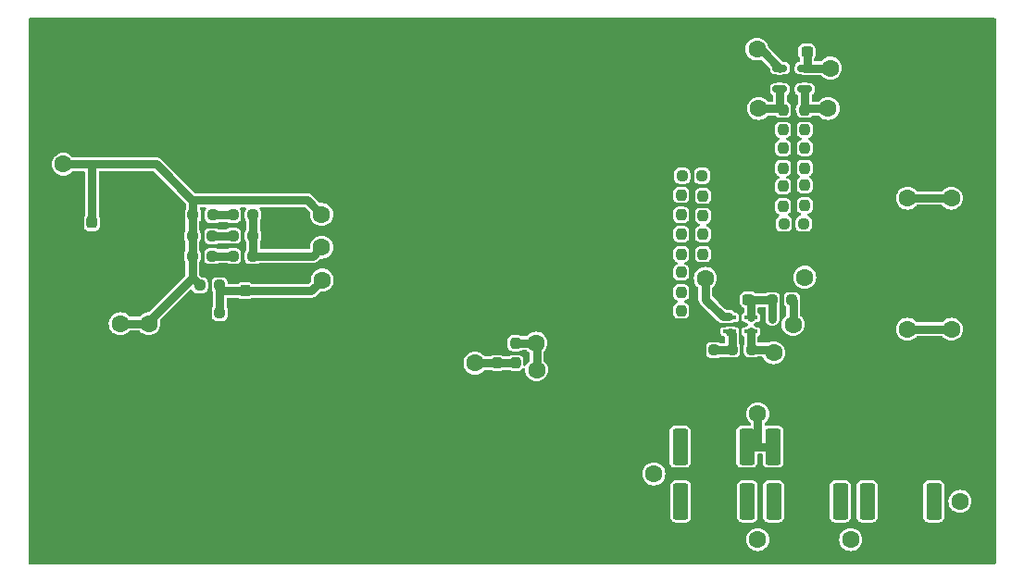
<source format=gbr>
%TF.GenerationSoftware,KiCad,Pcbnew,7.0.7*%
%TF.CreationDate,2023-12-25T15:57:39+03:00*%
%TF.ProjectId,Main_PCB_002,4d61696e-5f50-4434-925f-3030322e6b69,rev?*%
%TF.SameCoordinates,Original*%
%TF.FileFunction,Copper,L1,Top*%
%TF.FilePolarity,Positive*%
%FSLAX46Y46*%
G04 Gerber Fmt 4.6, Leading zero omitted, Abs format (unit mm)*
G04 Created by KiCad (PCBNEW 7.0.7) date 2023-12-25 15:57:39*
%MOMM*%
%LPD*%
G01*
G04 APERTURE LIST*
G04 Aperture macros list*
%AMRoundRect*
0 Rectangle with rounded corners*
0 $1 Rounding radius*
0 $2 $3 $4 $5 $6 $7 $8 $9 X,Y pos of 4 corners*
0 Add a 4 corners polygon primitive as box body*
4,1,4,$2,$3,$4,$5,$6,$7,$8,$9,$2,$3,0*
0 Add four circle primitives for the rounded corners*
1,1,$1+$1,$2,$3*
1,1,$1+$1,$4,$5*
1,1,$1+$1,$6,$7*
1,1,$1+$1,$8,$9*
0 Add four rect primitives between the rounded corners*
20,1,$1+$1,$2,$3,$4,$5,0*
20,1,$1+$1,$4,$5,$6,$7,0*
20,1,$1+$1,$6,$7,$8,$9,0*
20,1,$1+$1,$8,$9,$2,$3,0*%
G04 Aperture macros list end*
%TA.AperFunction,SMDPad,CuDef*%
%ADD10RoundRect,0.237500X0.250000X0.237500X-0.250000X0.237500X-0.250000X-0.237500X0.250000X-0.237500X0*%
%TD*%
%TA.AperFunction,SMDPad,CuDef*%
%ADD11RoundRect,0.249999X-0.450001X-1.425001X0.450001X-1.425001X0.450001X1.425001X-0.450001X1.425001X0*%
%TD*%
%TA.AperFunction,SMDPad,CuDef*%
%ADD12RoundRect,0.249999X0.450001X1.425001X-0.450001X1.425001X-0.450001X-1.425001X0.450001X-1.425001X0*%
%TD*%
%TA.AperFunction,SMDPad,CuDef*%
%ADD13RoundRect,0.237500X-0.237500X0.250000X-0.237500X-0.250000X0.237500X-0.250000X0.237500X0.250000X0*%
%TD*%
%TA.AperFunction,SMDPad,CuDef*%
%ADD14RoundRect,0.237500X0.237500X-0.250000X0.237500X0.250000X-0.237500X0.250000X-0.237500X-0.250000X0*%
%TD*%
%TA.AperFunction,SMDPad,CuDef*%
%ADD15RoundRect,0.237500X-0.250000X-0.237500X0.250000X-0.237500X0.250000X0.237500X-0.250000X0.237500X0*%
%TD*%
%TA.AperFunction,ComponentPad*%
%ADD16C,1.600000*%
%TD*%
%TA.AperFunction,SMDPad,CuDef*%
%ADD17R,1.168400X0.304800*%
%TD*%
%TA.AperFunction,SMDPad,CuDef*%
%ADD18RoundRect,0.237500X0.300000X0.237500X-0.300000X0.237500X-0.300000X-0.237500X0.300000X-0.237500X0*%
%TD*%
%TA.AperFunction,SMDPad,CuDef*%
%ADD19RoundRect,0.237500X-0.237500X0.300000X-0.237500X-0.300000X0.237500X-0.300000X0.237500X0.300000X0*%
%TD*%
%TA.AperFunction,SMDPad,CuDef*%
%ADD20RoundRect,0.150000X-0.512500X-0.150000X0.512500X-0.150000X0.512500X0.150000X-0.512500X0.150000X0*%
%TD*%
%TA.AperFunction,SMDPad,CuDef*%
%ADD21RoundRect,0.150000X0.200000X-0.150000X0.200000X0.150000X-0.200000X0.150000X-0.200000X-0.150000X0*%
%TD*%
%TA.AperFunction,Conductor*%
%ADD22C,0.750000*%
%TD*%
G04 APERTURE END LIST*
D10*
%TO.P,R16,1*%
%TO.N,Net-(D22-Conn)*%
X105500000Y-110000000D03*
%TO.P,R16,2*%
%TO.N,GND2*%
X103675000Y-110000000D03*
%TD*%
D11*
%TO.P,R19,1*%
%TO.N,Net-(D33-Conn)*%
X164700000Y-127250000D03*
%TO.P,R19,2*%
%TO.N,Net-(D35-Conn)*%
X170800000Y-127250000D03*
%TD*%
%TO.P,R18,1*%
%TO.N,Net-(D34-Conn)*%
X156150000Y-127250000D03*
%TO.P,R18,2*%
%TO.N,Net-(D33-Conn)*%
X162250000Y-127250000D03*
%TD*%
%TO.P,R17,1*%
%TO.N,Net-(D32-Conn)*%
X147650000Y-127250000D03*
%TO.P,R17,2*%
%TO.N,Net-(D34-Conn)*%
X153750000Y-127250000D03*
%TD*%
D12*
%TO.P,R14,1*%
%TO.N,GND2*%
X162200000Y-122250000D03*
%TO.P,R14,2*%
%TO.N,Net-(D10-Conn)*%
X156100000Y-122250000D03*
%TD*%
%TO.P,R6,1*%
%TO.N,Net-(D10-Conn)*%
X153700000Y-122250000D03*
%TO.P,R6,2*%
%TO.N,Net-(D32-Conn)*%
X147600000Y-122250000D03*
%TD*%
D10*
%TO.P,R32,1*%
%TO.N,Net-(R29-Pad2)*%
X158912500Y-101837500D03*
%TO.P,R32,2*%
%TO.N,Net-(R28-Pad2)*%
X157087500Y-101837500D03*
%TD*%
D13*
%TO.P,R31,1*%
%TO.N,Net-(D29-Conn)*%
X159000000Y-91425000D03*
%TO.P,R31,2*%
%TO.N,Net-(R30-Pad1)*%
X159000000Y-93250000D03*
%TD*%
%TO.P,R30,1*%
%TO.N,Net-(R30-Pad1)*%
X159000000Y-94925000D03*
%TO.P,R30,2*%
%TO.N,Net-(R29-Pad1)*%
X159000000Y-96750000D03*
%TD*%
%TO.P,R29,1*%
%TO.N,Net-(R29-Pad1)*%
X159000000Y-98337500D03*
%TO.P,R29,2*%
%TO.N,Net-(R29-Pad2)*%
X159000000Y-100162500D03*
%TD*%
%TO.P,R28,1*%
%TO.N,Net-(R27-Pad2)*%
X157000000Y-98425000D03*
%TO.P,R28,2*%
%TO.N,Net-(R28-Pad2)*%
X157000000Y-100250000D03*
%TD*%
D14*
%TO.P,R27,1*%
%TO.N,Net-(R26-Pad2)*%
X157000000Y-96750000D03*
%TO.P,R27,2*%
%TO.N,Net-(R27-Pad2)*%
X157000000Y-94925000D03*
%TD*%
D13*
%TO.P,R25,1*%
%TO.N,Net-(R24-Pad2)*%
X149700000Y-102801499D03*
%TO.P,R25,2*%
%TO.N,Net-(D1-Conn)*%
X149700000Y-104626499D03*
%TD*%
%TO.P,R24,1*%
%TO.N,Net-(R23-Pad2)*%
X149700000Y-99301499D03*
%TO.P,R24,2*%
%TO.N,Net-(R24-Pad2)*%
X149700000Y-101126499D03*
%TD*%
D15*
%TO.P,R23,1*%
%TO.N,Net-(R22-Pad1)*%
X147787500Y-97463999D03*
%TO.P,R23,2*%
%TO.N,Net-(R23-Pad2)*%
X149612500Y-97463999D03*
%TD*%
D13*
%TO.P,R22,1*%
%TO.N,Net-(R22-Pad1)*%
X147700000Y-99213999D03*
%TO.P,R22,2*%
%TO.N,Net-(R21-Pad1)*%
X147700000Y-101038999D03*
%TD*%
%TO.P,R21,1*%
%TO.N,Net-(R21-Pad1)*%
X147700000Y-102801499D03*
%TO.P,R21,2*%
%TO.N,Net-(R20-Pad1)*%
X147700000Y-104626499D03*
%TD*%
%TO.P,R20,1*%
%TO.N,Net-(R20-Pad1)*%
X147700000Y-106301499D03*
%TO.P,R20,2*%
%TO.N,Net-(R2-Pad1)*%
X147700000Y-108126499D03*
%TD*%
D16*
%TO.P,D35,1,Conn*%
%TO.N,Net-(D35-Conn)*%
X173200000Y-127250000D03*
%TD*%
%TO.P,D34,1,Conn*%
%TO.N,Net-(D34-Conn)*%
X154700000Y-130750000D03*
%TD*%
%TO.P,D33,1,Conn*%
%TO.N,Net-(D33-Conn)*%
X163200000Y-130750000D03*
%TD*%
%TO.P,D32,1,Conn*%
%TO.N,Net-(D32-Conn)*%
X145200000Y-124750000D03*
%TD*%
D14*
%TO.P,R12,1*%
%TO.N,Net-(D5-Conn)*%
X130861800Y-114600000D03*
%TO.P,R12,2*%
%TO.N,GND2*%
X130861800Y-112775000D03*
%TD*%
D17*
%TO.P,U2,1,IN+*%
%TO.N,Net-(D1-Conn)*%
X152130750Y-110414001D03*
%TO.P,U2,2,V-*%
%TO.N,GND2*%
X152130750Y-111064000D03*
%TO.P,U2,3,IN-*%
%TO.N,Net-(U2-IN-)*%
X152130750Y-111713999D03*
%TO.P,U2,4,OUT*%
%TO.N,Net-(D14-Conn)*%
X154061150Y-111713999D03*
%TO.P,U2,5,V+*%
%TO.N,Net-(D16-Conn)*%
X154061150Y-110414001D03*
%TD*%
D16*
%TO.P,D5,1,Conn*%
%TO.N,Net-(D5-Conn)*%
X128838200Y-114600000D03*
%TD*%
%TO.P,D9,1,Conn*%
%TO.N,Net-(D9-Conn)*%
X161331700Y-87603650D03*
%TD*%
%TO.P,D19,1,Conn*%
%TO.N,GND2*%
X96500000Y-115900000D03*
%TD*%
D15*
%TO.P,R8,1*%
%TO.N,Net-(R11-Pad2)*%
X106710100Y-104818400D03*
%TO.P,R8,2*%
%TO.N,Net-(D21-Conn)*%
X108535100Y-104818400D03*
%TD*%
D18*
%TO.P,C2,1*%
%TO.N,Net-(D9-Conn)*%
X159194200Y-86103650D03*
%TO.P,C2,2*%
%TO.N,GND2*%
X157469200Y-86103650D03*
%TD*%
%TO.P,C1,1*%
%TO.N,Net-(D16-Conn)*%
X153856850Y-108778000D03*
%TO.P,C1,2*%
%TO.N,GND2*%
X152131850Y-108778000D03*
%TD*%
D13*
%TO.P,R2,1*%
%TO.N,Net-(R2-Pad1)*%
X147700000Y-109801499D03*
%TO.P,R2,2*%
%TO.N,GND2*%
X147700000Y-111626499D03*
%TD*%
D16*
%TO.P,D20,1,Conn*%
%TO.N,Net-(D17-Conn)*%
X114816000Y-101000000D03*
%TD*%
%TO.P,D2,1,Conn*%
%TO.N,Net-(D2-Conn)*%
X172400000Y-99500000D03*
%TD*%
%TO.P,D11,1,Conn*%
%TO.N,GND2*%
X164100000Y-122250000D03*
%TD*%
%TO.P,D1,1,Conn*%
%TO.N,Net-(D1-Conn)*%
X149900000Y-106847600D03*
%TD*%
%TO.P,D17,1,Conn*%
%TO.N,Net-(D17-Conn)*%
X96400000Y-111000000D03*
%TD*%
%TO.P,D3,1,Conn*%
%TO.N,Net-(D3-Conn)*%
X168400000Y-111500000D03*
%TD*%
D19*
%TO.P,C4,1*%
%TO.N,Net-(D17-Conn)*%
X93800000Y-101737500D03*
%TO.P,C4,2*%
%TO.N,GND2*%
X93800000Y-103462500D03*
%TD*%
D16*
%TO.P,D14,1,Conn*%
%TO.N,Net-(D14-Conn)*%
X156143950Y-113654800D03*
%TD*%
D15*
%TO.P,R1,1*%
%TO.N,Net-(R1-Pad1)*%
X106710100Y-101059200D03*
%TO.P,R1,2*%
%TO.N,Net-(D21-Conn)*%
X108535100Y-101059200D03*
%TD*%
D16*
%TO.P,D22,1,Conn*%
%TO.N,Net-(D22-Conn)*%
X114866800Y-107000000D03*
%TD*%
D14*
%TO.P,R13,1*%
%TO.N,Net-(D5-Conn)*%
X132538200Y-114600000D03*
%TO.P,R13,2*%
%TO.N,Net-(D12-Conn)*%
X132538200Y-112775000D03*
%TD*%
D15*
%TO.P,R9,1*%
%TO.N,Net-(D17-Conn)*%
X103052500Y-101059200D03*
%TO.P,R9,2*%
%TO.N,Net-(R1-Pad1)*%
X104877500Y-101059200D03*
%TD*%
D16*
%TO.P,D15,1,Conn*%
%TO.N,Net-(D15-Conn)*%
X154629300Y-85868050D03*
%TD*%
D13*
%TO.P,R26,1*%
%TO.N,Net-(D4-Conn)*%
X157000000Y-91425000D03*
%TO.P,R26,2*%
%TO.N,Net-(R26-Pad2)*%
X157000000Y-93250000D03*
%TD*%
D16*
%TO.P,D26,1,Conn*%
%TO.N,GND2*%
X143500000Y-105000000D03*
%TD*%
D15*
%TO.P,R4,1*%
%TO.N,GND2*%
X148881450Y-113400800D03*
%TO.P,R4,2*%
%TO.N,Net-(U2-IN-)*%
X150706450Y-113400800D03*
%TD*%
D16*
%TO.P,D25,1,Conn*%
%TO.N,GND2*%
X121500000Y-93200000D03*
%TD*%
%TO.P,D8,1,Conn*%
%TO.N,Net-(D12-Conn)*%
X134417800Y-112773100D03*
%TD*%
%TO.P,D13,1,Conn*%
%TO.N,Net-(D13-Conn)*%
X157921950Y-111064000D03*
%TD*%
D15*
%TO.P,R7,1*%
%TO.N,Net-(R10-Pad2)*%
X106710100Y-102938800D03*
%TO.P,R7,2*%
%TO.N,Net-(D21-Conn)*%
X108535100Y-102938800D03*
%TD*%
D16*
%TO.P,D31,1,Conn*%
%TO.N,GND2*%
X121000000Y-114700000D03*
%TD*%
%TO.P,D29,1,Conn*%
%TO.N,Net-(D29-Conn)*%
X161131700Y-91303650D03*
%TD*%
%TO.P,D7,1,Conn*%
%TO.N,Net-(D3-Conn)*%
X172400000Y-111500000D03*
%TD*%
D15*
%TO.P,R10,1*%
%TO.N,Net-(D17-Conn)*%
X103001700Y-102989600D03*
%TO.P,R10,2*%
%TO.N,Net-(R10-Pad2)*%
X104826700Y-102989600D03*
%TD*%
D16*
%TO.P,D24,1,Conn*%
%TO.N,GND2*%
X99100000Y-115900000D03*
%TD*%
D20*
%TO.P,U17,1*%
%TO.N,Net-(D15-Conn)*%
X156725000Y-87625650D03*
%TO.P,U17,2,GND*%
%TO.N,GND2*%
X156725000Y-88575650D03*
%TO.P,U17,3,+*%
%TO.N,Net-(D4-Conn)*%
X156725000Y-89525650D03*
%TO.P,U17,4,-*%
%TO.N,Net-(D29-Conn)*%
X159000000Y-89525650D03*
%TO.P,U17,5,V+*%
%TO.N,Net-(D9-Conn)*%
X159000000Y-87625650D03*
%TD*%
D16*
%TO.P,D6,1,Conn*%
%TO.N,Net-(D2-Conn)*%
X168400000Y-99500000D03*
%TD*%
%TO.P,D28,1,Conn*%
%TO.N,GND2*%
X91200000Y-109949200D03*
%TD*%
%TO.P,D16,1,Conn*%
%TO.N,Net-(D16-Conn)*%
X159000000Y-106750000D03*
%TD*%
D15*
%TO.P,R3,1*%
%TO.N,Net-(U2-IN-)*%
X152335850Y-113350000D03*
%TO.P,R3,2*%
%TO.N,Net-(D14-Conn)*%
X154160850Y-113350000D03*
%TD*%
D16*
%TO.P,D12,1,Conn*%
%TO.N,Net-(D12-Conn)*%
X134468600Y-115211500D03*
%TD*%
D19*
%TO.P,C3,1*%
%TO.N,Net-(D22-Conn)*%
X107800000Y-107975000D03*
%TO.P,C3,2*%
%TO.N,GND2*%
X107800000Y-109700000D03*
%TD*%
D15*
%TO.P,R11,1*%
%TO.N,Net-(D17-Conn)*%
X103001700Y-104818400D03*
%TO.P,R11,2*%
%TO.N,Net-(R11-Pad2)*%
X104826700Y-104818400D03*
%TD*%
D16*
%TO.P,D21,1,Conn*%
%TO.N,Net-(D21-Conn)*%
X114816000Y-104000000D03*
%TD*%
%TO.P,D4,1,Conn*%
%TO.N,Net-(D4-Conn)*%
X154781700Y-91303650D03*
%TD*%
%TO.P,D10,1,Conn*%
%TO.N,Net-(D10-Conn)*%
X154700000Y-119250000D03*
%TD*%
D10*
%TO.P,R15,1*%
%TO.N,Net-(D22-Conn)*%
X105500000Y-107490000D03*
%TO.P,R15,2*%
%TO.N,Net-(D17-Conn)*%
X103675000Y-107490000D03*
%TD*%
D16*
%TO.P,D18,1,Conn*%
%TO.N,Net-(D17-Conn)*%
X99000000Y-111000000D03*
%TD*%
%TO.P,D27,1,Conn*%
%TO.N,Net-(D17-Conn)*%
X91200000Y-96400000D03*
%TD*%
%TO.P,D30,1,Conn*%
%TO.N,GND2*%
X154629300Y-88611250D03*
%TD*%
D15*
%TO.P,R5,1*%
%TO.N,Net-(D16-Conn)*%
X155993450Y-108828800D03*
%TO.P,R5,2*%
%TO.N,Net-(D13-Conn)*%
X157818450Y-108828800D03*
%TD*%
D21*
%TO.P,D23,1,K*%
%TO.N,Net-(D16-Conn)*%
X156042350Y-110567200D03*
%TO.P,D23,2,A*%
%TO.N,GND2*%
X156042350Y-111967200D03*
%TD*%
D22*
%TO.N,GND2*%
X164100000Y-122250000D02*
X162200000Y-122250000D01*
%TO.N,Net-(D10-Conn)*%
X154700000Y-122200000D02*
X154750000Y-122250000D01*
X154700000Y-119250000D02*
X154700000Y-122200000D01*
X154750000Y-122250000D02*
X154150800Y-122250000D01*
X156100000Y-122250000D02*
X154750000Y-122250000D01*
%TO.N,Net-(D2-Conn)*%
X168400000Y-99500000D02*
X172400000Y-99500000D01*
%TO.N,Net-(D22-Conn)*%
X105500000Y-110000000D02*
X105500000Y-108000000D01*
X114866800Y-107000000D02*
X113891800Y-107975000D01*
X108500000Y-107975000D02*
X105525000Y-107975000D01*
X105525000Y-107975000D02*
X105500000Y-108000000D01*
X113891800Y-107975000D02*
X108500000Y-107975000D01*
X105500000Y-108000000D02*
X105500000Y-107490000D01*
%TO.N,Net-(D3-Conn)*%
X168400000Y-111500000D02*
X172400000Y-111500000D01*
%TO.N,Net-(D29-Conn)*%
X159000000Y-91149350D02*
X158794900Y-91354450D01*
X161131700Y-91303650D02*
X158845700Y-91303650D01*
X159000000Y-89525650D02*
X159000000Y-91149350D01*
X158845700Y-91303650D02*
X158794900Y-91354450D01*
%TO.N,Net-(D1-Conn)*%
X151503050Y-110336600D02*
X152053349Y-110336600D01*
X149900000Y-106847600D02*
X149900000Y-108733550D01*
X149946350Y-108779900D02*
X151503050Y-110336600D01*
X149900000Y-108733550D02*
X149946350Y-108779900D01*
%TO.N,Net-(D4-Conn)*%
X156919100Y-91303650D02*
X156969900Y-91354450D01*
X156725000Y-89525650D02*
X156725000Y-91109550D01*
X154781700Y-91303650D02*
X156919100Y-91303650D01*
X156725000Y-91109550D02*
X156969900Y-91354450D01*
%TO.N,Net-(D5-Conn)*%
X132538200Y-114600000D02*
X130861800Y-114600000D01*
X130861800Y-114600000D02*
X128838200Y-114600000D01*
%TO.N,Net-(D12-Conn)*%
X134468600Y-115211500D02*
X134468600Y-112823900D01*
X134415900Y-112775000D02*
X134417800Y-112773100D01*
X134468600Y-112823900D02*
X134417800Y-112773100D01*
X132538200Y-112775000D02*
X134415900Y-112775000D01*
%TO.N,Net-(D10-Conn)*%
X154150800Y-122250000D02*
X154100000Y-122300800D01*
%TO.N,Net-(D13-Conn)*%
X157921950Y-108932300D02*
X157818450Y-108828800D01*
X157921950Y-111064000D02*
X157921950Y-108932300D01*
%TO.N,Net-(D14-Conn)*%
X154061150Y-111713999D02*
X154061150Y-113250300D01*
X154160850Y-113350000D02*
X155839150Y-113350000D01*
X154061150Y-113250300D02*
X154160850Y-113350000D01*
X155839150Y-113350000D02*
X156143950Y-113654800D01*
%TO.N,Net-(D21-Conn)*%
X108535100Y-101059200D02*
X108535100Y-104818400D01*
X114816000Y-104000000D02*
X113997600Y-104818400D01*
X113997600Y-104818400D02*
X108535100Y-104818400D01*
X108535100Y-101059200D02*
X108535100Y-102938800D01*
%TO.N,Net-(R1-Pad1)*%
X104877500Y-101059200D02*
X106710100Y-101059200D01*
%TO.N,Net-(U2-IN-)*%
X152335850Y-113350000D02*
X152335850Y-111919099D01*
X152285050Y-113400800D02*
X152335850Y-113350000D01*
X152208151Y-111791400D02*
X152130750Y-111791400D01*
X150706450Y-113400800D02*
X152285050Y-113400800D01*
X152335850Y-111919099D02*
X152208151Y-111791400D01*
%TO.N,Net-(R10-Pad2)*%
X106659300Y-102989600D02*
X106710100Y-102938800D01*
X104826700Y-102989600D02*
X106659300Y-102989600D01*
%TO.N,Net-(R11-Pad2)*%
X104826700Y-104818400D02*
X106710100Y-104818400D01*
%TO.N,Net-(D9-Conn)*%
X161331700Y-87603650D02*
X159022000Y-87603650D01*
X159194200Y-87431450D02*
X159000000Y-87625650D01*
X159022000Y-87603650D02*
X159000000Y-87625650D01*
X159194200Y-86103650D02*
X159194200Y-87431450D01*
%TO.N,Net-(D15-Conn)*%
X154967400Y-85868050D02*
X156725000Y-87625650D01*
X154629300Y-85868050D02*
X154967400Y-85868050D01*
%TO.N,Net-(D16-Conn)*%
X153907650Y-108828800D02*
X153856850Y-108778000D01*
X154061150Y-108982300D02*
X153856850Y-108778000D01*
X156042350Y-110567200D02*
X156042350Y-108877700D01*
X156042350Y-108877700D02*
X155993450Y-108828800D01*
X155993450Y-108828800D02*
X153907650Y-108828800D01*
X154061150Y-110414001D02*
X154061150Y-108982300D01*
%TO.N,Net-(D17-Conn)*%
X99700000Y-96400000D02*
X93800000Y-96400000D01*
X114816000Y-101000000D02*
X113516000Y-99700000D01*
X103000000Y-99700000D02*
X103052500Y-99752500D01*
X103001700Y-101110000D02*
X103052500Y-101059200D01*
X98818400Y-111000000D02*
X103001700Y-106816700D01*
X103001700Y-104818400D02*
X103001700Y-101110000D01*
X96400000Y-111000000D02*
X98818400Y-111000000D01*
X103052500Y-99752500D02*
X99700000Y-96400000D01*
X103052500Y-99752500D02*
X103052500Y-101059200D01*
X103001700Y-106816700D02*
X103675000Y-107490000D01*
X93800000Y-96400000D02*
X91200000Y-96400000D01*
X113516000Y-99700000D02*
X103000000Y-99700000D01*
X93800000Y-101737500D02*
X93800000Y-96400000D01*
X103001700Y-104818400D02*
X103001700Y-106816700D01*
%TD*%
%TA.AperFunction,Conductor*%
%TO.N,GND2*%
G36*
X176432539Y-83030185D02*
G01*
X176478294Y-83082989D01*
X176489500Y-83134500D01*
X176489500Y-132865500D01*
X176469815Y-132932539D01*
X176417011Y-132978294D01*
X176365500Y-132989500D01*
X88134500Y-132989500D01*
X88067461Y-132969815D01*
X88021706Y-132917011D01*
X88010500Y-132865500D01*
X88010500Y-130749999D01*
X153644417Y-130749999D01*
X153664699Y-130955932D01*
X153664700Y-130955934D01*
X153724768Y-131153954D01*
X153822315Y-131336450D01*
X153822317Y-131336452D01*
X153953589Y-131496410D01*
X154050209Y-131575702D01*
X154113550Y-131627685D01*
X154296046Y-131725232D01*
X154494066Y-131785300D01*
X154494065Y-131785300D01*
X154512529Y-131787118D01*
X154700000Y-131805583D01*
X154905934Y-131785300D01*
X155103954Y-131725232D01*
X155286450Y-131627685D01*
X155446410Y-131496410D01*
X155577685Y-131336450D01*
X155675232Y-131153954D01*
X155735300Y-130955934D01*
X155755583Y-130750000D01*
X155755583Y-130749999D01*
X162144417Y-130749999D01*
X162164699Y-130955932D01*
X162164700Y-130955934D01*
X162224768Y-131153954D01*
X162322315Y-131336450D01*
X162322317Y-131336452D01*
X162453589Y-131496410D01*
X162550209Y-131575702D01*
X162613550Y-131627685D01*
X162796046Y-131725232D01*
X162994066Y-131785300D01*
X162994065Y-131785300D01*
X163012529Y-131787118D01*
X163200000Y-131805583D01*
X163405934Y-131785300D01*
X163603954Y-131725232D01*
X163786450Y-131627685D01*
X163946410Y-131496410D01*
X164077685Y-131336450D01*
X164175232Y-131153954D01*
X164235300Y-130955934D01*
X164255583Y-130750000D01*
X164235300Y-130544066D01*
X164175232Y-130346046D01*
X164077685Y-130163550D01*
X164025702Y-130100209D01*
X163946410Y-130003589D01*
X163786452Y-129872317D01*
X163786453Y-129872317D01*
X163786450Y-129872315D01*
X163603954Y-129774768D01*
X163405934Y-129714700D01*
X163405932Y-129714699D01*
X163405934Y-129714699D01*
X163200000Y-129694417D01*
X162994067Y-129714699D01*
X162796043Y-129774769D01*
X162685897Y-129833643D01*
X162613550Y-129872315D01*
X162613548Y-129872316D01*
X162613547Y-129872317D01*
X162453589Y-130003589D01*
X162322317Y-130163547D01*
X162224769Y-130346043D01*
X162164699Y-130544067D01*
X162144417Y-130749999D01*
X155755583Y-130749999D01*
X155735300Y-130544066D01*
X155675232Y-130346046D01*
X155577685Y-130163550D01*
X155525702Y-130100209D01*
X155446410Y-130003589D01*
X155286452Y-129872317D01*
X155286453Y-129872317D01*
X155286450Y-129872315D01*
X155103954Y-129774768D01*
X154905934Y-129714700D01*
X154905932Y-129714699D01*
X154905934Y-129714699D01*
X154700000Y-129694417D01*
X154494067Y-129714699D01*
X154296043Y-129774769D01*
X154185897Y-129833643D01*
X154113550Y-129872315D01*
X154113548Y-129872316D01*
X154113547Y-129872317D01*
X153953589Y-130003589D01*
X153822317Y-130163547D01*
X153724769Y-130346043D01*
X153664699Y-130544067D01*
X153644417Y-130749999D01*
X88010500Y-130749999D01*
X88010500Y-128722865D01*
X146699500Y-128722865D01*
X146699501Y-128722884D01*
X146705908Y-128782481D01*
X146705910Y-128782488D01*
X146756202Y-128917328D01*
X146756203Y-128917330D01*
X146756204Y-128917331D01*
X146842453Y-129032547D01*
X146957669Y-129118796D01*
X146957671Y-129118797D01*
X147045696Y-129151628D01*
X147092516Y-129169091D01*
X147152126Y-129175500D01*
X147152135Y-129175500D01*
X148147865Y-129175500D01*
X148147874Y-129175500D01*
X148207484Y-129169091D01*
X148342331Y-129118796D01*
X148457547Y-129032547D01*
X148543796Y-128917331D01*
X148594091Y-128782484D01*
X148600500Y-128722874D01*
X148600500Y-128722865D01*
X152799500Y-128722865D01*
X152799501Y-128722884D01*
X152805908Y-128782481D01*
X152805910Y-128782488D01*
X152856202Y-128917328D01*
X152856203Y-128917330D01*
X152856204Y-128917331D01*
X152942453Y-129032547D01*
X153057669Y-129118796D01*
X153057671Y-129118797D01*
X153145696Y-129151628D01*
X153192516Y-129169091D01*
X153252126Y-129175500D01*
X153252135Y-129175500D01*
X154247865Y-129175500D01*
X154247874Y-129175500D01*
X154307484Y-129169091D01*
X154442331Y-129118796D01*
X154557547Y-129032547D01*
X154643796Y-128917331D01*
X154694091Y-128782484D01*
X154700500Y-128722874D01*
X154700500Y-128722865D01*
X155199500Y-128722865D01*
X155199501Y-128722884D01*
X155205908Y-128782481D01*
X155205910Y-128782488D01*
X155256202Y-128917328D01*
X155256203Y-128917330D01*
X155256204Y-128917331D01*
X155342453Y-129032547D01*
X155457669Y-129118796D01*
X155457671Y-129118797D01*
X155545696Y-129151628D01*
X155592516Y-129169091D01*
X155652126Y-129175500D01*
X155652135Y-129175500D01*
X156647865Y-129175500D01*
X156647874Y-129175500D01*
X156707484Y-129169091D01*
X156842331Y-129118796D01*
X156957547Y-129032547D01*
X157043796Y-128917331D01*
X157094091Y-128782484D01*
X157100500Y-128722874D01*
X157100500Y-128722865D01*
X161299500Y-128722865D01*
X161299501Y-128722884D01*
X161305908Y-128782481D01*
X161305910Y-128782488D01*
X161356202Y-128917328D01*
X161356203Y-128917330D01*
X161356204Y-128917331D01*
X161442453Y-129032547D01*
X161557669Y-129118796D01*
X161557671Y-129118797D01*
X161645696Y-129151628D01*
X161692516Y-129169091D01*
X161752126Y-129175500D01*
X161752135Y-129175500D01*
X162747865Y-129175500D01*
X162747874Y-129175500D01*
X162807484Y-129169091D01*
X162942331Y-129118796D01*
X163057547Y-129032547D01*
X163143796Y-128917331D01*
X163194091Y-128782484D01*
X163200500Y-128722874D01*
X163200500Y-128722865D01*
X163749500Y-128722865D01*
X163749501Y-128722884D01*
X163755908Y-128782481D01*
X163755910Y-128782488D01*
X163806202Y-128917328D01*
X163806203Y-128917330D01*
X163806204Y-128917331D01*
X163892453Y-129032547D01*
X164007669Y-129118796D01*
X164007671Y-129118797D01*
X164095696Y-129151628D01*
X164142516Y-129169091D01*
X164202126Y-129175500D01*
X164202135Y-129175500D01*
X165197865Y-129175500D01*
X165197874Y-129175500D01*
X165257484Y-129169091D01*
X165392331Y-129118796D01*
X165507547Y-129032547D01*
X165593796Y-128917331D01*
X165644091Y-128782484D01*
X165650500Y-128722874D01*
X165650500Y-128722865D01*
X169849500Y-128722865D01*
X169849501Y-128722884D01*
X169855908Y-128782481D01*
X169855910Y-128782488D01*
X169906202Y-128917328D01*
X169906203Y-128917330D01*
X169906204Y-128917331D01*
X169992453Y-129032547D01*
X170107669Y-129118796D01*
X170107671Y-129118797D01*
X170195696Y-129151628D01*
X170242516Y-129169091D01*
X170302126Y-129175500D01*
X170302135Y-129175500D01*
X171297865Y-129175500D01*
X171297874Y-129175500D01*
X171357484Y-129169091D01*
X171492331Y-129118796D01*
X171607547Y-129032547D01*
X171693796Y-128917331D01*
X171744091Y-128782484D01*
X171750500Y-128722874D01*
X171750500Y-127249999D01*
X172144417Y-127249999D01*
X172164699Y-127455932D01*
X172164700Y-127455934D01*
X172224768Y-127653954D01*
X172322315Y-127836450D01*
X172322317Y-127836452D01*
X172453589Y-127996410D01*
X172550209Y-128075702D01*
X172613550Y-128127685D01*
X172796046Y-128225232D01*
X172994066Y-128285300D01*
X172994065Y-128285300D01*
X173012529Y-128287118D01*
X173200000Y-128305583D01*
X173405934Y-128285300D01*
X173603954Y-128225232D01*
X173786450Y-128127685D01*
X173946410Y-127996410D01*
X174077685Y-127836450D01*
X174175232Y-127653954D01*
X174235300Y-127455934D01*
X174255583Y-127250000D01*
X174235300Y-127044066D01*
X174175232Y-126846046D01*
X174077685Y-126663550D01*
X174025702Y-126600209D01*
X173946410Y-126503589D01*
X173786452Y-126372317D01*
X173786453Y-126372317D01*
X173786450Y-126372315D01*
X173603954Y-126274768D01*
X173405934Y-126214700D01*
X173405932Y-126214699D01*
X173405934Y-126214699D01*
X173200000Y-126194417D01*
X172994067Y-126214699D01*
X172796043Y-126274769D01*
X172685897Y-126333643D01*
X172613550Y-126372315D01*
X172613548Y-126372316D01*
X172613547Y-126372317D01*
X172453589Y-126503589D01*
X172322317Y-126663547D01*
X172224769Y-126846043D01*
X172164699Y-127044067D01*
X172144417Y-127249999D01*
X171750500Y-127249999D01*
X171750500Y-125777126D01*
X171744091Y-125717516D01*
X171693796Y-125582669D01*
X171607547Y-125467453D01*
X171492331Y-125381204D01*
X171492330Y-125381203D01*
X171492328Y-125381202D01*
X171357488Y-125330910D01*
X171357481Y-125330908D01*
X171297884Y-125324501D01*
X171297882Y-125324500D01*
X171297874Y-125324500D01*
X170302126Y-125324500D01*
X170302118Y-125324500D01*
X170302115Y-125324501D01*
X170242518Y-125330908D01*
X170242511Y-125330910D01*
X170107671Y-125381202D01*
X170107669Y-125381203D01*
X169992453Y-125467453D01*
X169906203Y-125582669D01*
X169906202Y-125582671D01*
X169855910Y-125717511D01*
X169855908Y-125717518D01*
X169849501Y-125777115D01*
X169849500Y-125777134D01*
X169849500Y-128722865D01*
X165650500Y-128722865D01*
X165650500Y-125777126D01*
X165644091Y-125717516D01*
X165593796Y-125582669D01*
X165507547Y-125467453D01*
X165392331Y-125381204D01*
X165392330Y-125381203D01*
X165392328Y-125381202D01*
X165257488Y-125330910D01*
X165257481Y-125330908D01*
X165197884Y-125324501D01*
X165197882Y-125324500D01*
X165197874Y-125324500D01*
X164202126Y-125324500D01*
X164202118Y-125324500D01*
X164202115Y-125324501D01*
X164142518Y-125330908D01*
X164142511Y-125330910D01*
X164007671Y-125381202D01*
X164007669Y-125381203D01*
X163892453Y-125467453D01*
X163806203Y-125582669D01*
X163806202Y-125582671D01*
X163755910Y-125717511D01*
X163755908Y-125717518D01*
X163749501Y-125777115D01*
X163749500Y-125777134D01*
X163749500Y-128722865D01*
X163200500Y-128722865D01*
X163200500Y-125777126D01*
X163194091Y-125717516D01*
X163143796Y-125582669D01*
X163057547Y-125467453D01*
X162942331Y-125381204D01*
X162942330Y-125381203D01*
X162942328Y-125381202D01*
X162807488Y-125330910D01*
X162807481Y-125330908D01*
X162747884Y-125324501D01*
X162747882Y-125324500D01*
X162747874Y-125324500D01*
X161752126Y-125324500D01*
X161752118Y-125324500D01*
X161752115Y-125324501D01*
X161692518Y-125330908D01*
X161692511Y-125330910D01*
X161557671Y-125381202D01*
X161557669Y-125381203D01*
X161442453Y-125467453D01*
X161356203Y-125582669D01*
X161356202Y-125582671D01*
X161305910Y-125717511D01*
X161305908Y-125717518D01*
X161299501Y-125777115D01*
X161299500Y-125777134D01*
X161299500Y-128722865D01*
X157100500Y-128722865D01*
X157100500Y-125777126D01*
X157094091Y-125717516D01*
X157043796Y-125582669D01*
X156957547Y-125467453D01*
X156842331Y-125381204D01*
X156842330Y-125381203D01*
X156842328Y-125381202D01*
X156707488Y-125330910D01*
X156707481Y-125330908D01*
X156647884Y-125324501D01*
X156647882Y-125324500D01*
X156647874Y-125324500D01*
X155652126Y-125324500D01*
X155652118Y-125324500D01*
X155652115Y-125324501D01*
X155592518Y-125330908D01*
X155592511Y-125330910D01*
X155457671Y-125381202D01*
X155457669Y-125381203D01*
X155342453Y-125467453D01*
X155256203Y-125582669D01*
X155256202Y-125582671D01*
X155205910Y-125717511D01*
X155205908Y-125717518D01*
X155199501Y-125777115D01*
X155199500Y-125777134D01*
X155199500Y-128722865D01*
X154700500Y-128722865D01*
X154700500Y-125777126D01*
X154694091Y-125717516D01*
X154643796Y-125582669D01*
X154557547Y-125467453D01*
X154442331Y-125381204D01*
X154442330Y-125381203D01*
X154442328Y-125381202D01*
X154307488Y-125330910D01*
X154307481Y-125330908D01*
X154247884Y-125324501D01*
X154247882Y-125324500D01*
X154247874Y-125324500D01*
X153252126Y-125324500D01*
X153252118Y-125324500D01*
X153252115Y-125324501D01*
X153192518Y-125330908D01*
X153192511Y-125330910D01*
X153057671Y-125381202D01*
X153057669Y-125381203D01*
X152942453Y-125467453D01*
X152856203Y-125582669D01*
X152856202Y-125582671D01*
X152805910Y-125717511D01*
X152805908Y-125717518D01*
X152799501Y-125777115D01*
X152799500Y-125777134D01*
X152799500Y-128722865D01*
X148600500Y-128722865D01*
X148600500Y-125777126D01*
X148594091Y-125717516D01*
X148543796Y-125582669D01*
X148457547Y-125467453D01*
X148342331Y-125381204D01*
X148342330Y-125381203D01*
X148342328Y-125381202D01*
X148207488Y-125330910D01*
X148207481Y-125330908D01*
X148147884Y-125324501D01*
X148147882Y-125324500D01*
X148147874Y-125324500D01*
X147152126Y-125324500D01*
X147152118Y-125324500D01*
X147152115Y-125324501D01*
X147092518Y-125330908D01*
X147092511Y-125330910D01*
X146957671Y-125381202D01*
X146957669Y-125381203D01*
X146842453Y-125467453D01*
X146756203Y-125582669D01*
X146756202Y-125582671D01*
X146705910Y-125717511D01*
X146705908Y-125717518D01*
X146699501Y-125777115D01*
X146699500Y-125777134D01*
X146699500Y-128722865D01*
X88010500Y-128722865D01*
X88010500Y-124750000D01*
X144144417Y-124750000D01*
X144164699Y-124955932D01*
X144164700Y-124955934D01*
X144224768Y-125153954D01*
X144322315Y-125336450D01*
X144322317Y-125336452D01*
X144453589Y-125496410D01*
X144550209Y-125575702D01*
X144613550Y-125627685D01*
X144796046Y-125725232D01*
X144994066Y-125785300D01*
X144994065Y-125785300D01*
X145012529Y-125787118D01*
X145200000Y-125805583D01*
X145405934Y-125785300D01*
X145603954Y-125725232D01*
X145786450Y-125627685D01*
X145946410Y-125496410D01*
X146077685Y-125336450D01*
X146175232Y-125153954D01*
X146235300Y-124955934D01*
X146255583Y-124750000D01*
X146235300Y-124544066D01*
X146175232Y-124346046D01*
X146077685Y-124163550D01*
X146025702Y-124100209D01*
X145946410Y-124003589D01*
X145786452Y-123872317D01*
X145786453Y-123872317D01*
X145786450Y-123872315D01*
X145603954Y-123774768D01*
X145432851Y-123722865D01*
X146649500Y-123722865D01*
X146649501Y-123722884D01*
X146655908Y-123782481D01*
X146655910Y-123782488D01*
X146706202Y-123917328D01*
X146706203Y-123917330D01*
X146706204Y-123917331D01*
X146792453Y-124032547D01*
X146907669Y-124118796D01*
X146907671Y-124118797D01*
X146995696Y-124151628D01*
X147042516Y-124169091D01*
X147102126Y-124175500D01*
X147102135Y-124175500D01*
X148097865Y-124175500D01*
X148097874Y-124175500D01*
X148157484Y-124169091D01*
X148292331Y-124118796D01*
X148407547Y-124032547D01*
X148493796Y-123917331D01*
X148544091Y-123782484D01*
X148550500Y-123722874D01*
X148550500Y-123722865D01*
X152749500Y-123722865D01*
X152749501Y-123722884D01*
X152755908Y-123782481D01*
X152755910Y-123782488D01*
X152806202Y-123917328D01*
X152806203Y-123917330D01*
X152806204Y-123917331D01*
X152892453Y-124032547D01*
X153007669Y-124118796D01*
X153007671Y-124118797D01*
X153095696Y-124151628D01*
X153142516Y-124169091D01*
X153202126Y-124175500D01*
X153202135Y-124175500D01*
X154197865Y-124175500D01*
X154197874Y-124175500D01*
X154257484Y-124169091D01*
X154392331Y-124118796D01*
X154507547Y-124032547D01*
X154593796Y-123917331D01*
X154644091Y-123782484D01*
X154650500Y-123722874D01*
X154650500Y-123000524D01*
X154670185Y-122933486D01*
X154722989Y-122887731D01*
X154762831Y-122877075D01*
X154776584Y-122875775D01*
X154782422Y-122875500D01*
X155025500Y-122875500D01*
X155092539Y-122895185D01*
X155138294Y-122947989D01*
X155149500Y-122999500D01*
X155149500Y-123722865D01*
X155149501Y-123722884D01*
X155155908Y-123782481D01*
X155155910Y-123782488D01*
X155206202Y-123917328D01*
X155206203Y-123917330D01*
X155206204Y-123917331D01*
X155292453Y-124032547D01*
X155407669Y-124118796D01*
X155407671Y-124118797D01*
X155495696Y-124151628D01*
X155542516Y-124169091D01*
X155602126Y-124175500D01*
X155602135Y-124175500D01*
X156597865Y-124175500D01*
X156597874Y-124175500D01*
X156657484Y-124169091D01*
X156792331Y-124118796D01*
X156907547Y-124032547D01*
X156993796Y-123917331D01*
X157044091Y-123782484D01*
X157050500Y-123722874D01*
X157050500Y-120777126D01*
X157044091Y-120717516D01*
X156993796Y-120582669D01*
X156907547Y-120467453D01*
X156792331Y-120381204D01*
X156792330Y-120381203D01*
X156792328Y-120381202D01*
X156657488Y-120330910D01*
X156657481Y-120330908D01*
X156597884Y-120324501D01*
X156597882Y-120324500D01*
X156597874Y-120324500D01*
X155602126Y-120324500D01*
X155602118Y-120324500D01*
X155602115Y-120324501D01*
X155542518Y-120330908D01*
X155542511Y-120330910D01*
X155492833Y-120349439D01*
X155423141Y-120354423D01*
X155361818Y-120320938D01*
X155328334Y-120259615D01*
X155325500Y-120233257D01*
X155325500Y-120154285D01*
X155345185Y-120087246D01*
X155370836Y-120058431D01*
X155446410Y-119996410D01*
X155577685Y-119836450D01*
X155675232Y-119653954D01*
X155735300Y-119455934D01*
X155755583Y-119250000D01*
X155735300Y-119044066D01*
X155675232Y-118846046D01*
X155577685Y-118663550D01*
X155525702Y-118600209D01*
X155446410Y-118503589D01*
X155286452Y-118372317D01*
X155286453Y-118372317D01*
X155286450Y-118372315D01*
X155103954Y-118274768D01*
X154905934Y-118214700D01*
X154905932Y-118214699D01*
X154905934Y-118214699D01*
X154700000Y-118194417D01*
X154494067Y-118214699D01*
X154296043Y-118274769D01*
X154185897Y-118333643D01*
X154113550Y-118372315D01*
X154113548Y-118372316D01*
X154113547Y-118372317D01*
X153953589Y-118503589D01*
X153822317Y-118663547D01*
X153724769Y-118846043D01*
X153664699Y-119044067D01*
X153644417Y-119250000D01*
X153664699Y-119455932D01*
X153664700Y-119455934D01*
X153724768Y-119653954D01*
X153822315Y-119836450D01*
X153822317Y-119836452D01*
X153953587Y-119996407D01*
X153953588Y-119996408D01*
X153953590Y-119996410D01*
X154029164Y-120058431D01*
X154068499Y-120116177D01*
X154074500Y-120154285D01*
X154074500Y-120200500D01*
X154054815Y-120267539D01*
X154002011Y-120313294D01*
X153950500Y-120324500D01*
X153202126Y-120324500D01*
X153202118Y-120324500D01*
X153202115Y-120324501D01*
X153142518Y-120330908D01*
X153142511Y-120330910D01*
X153007671Y-120381202D01*
X153007669Y-120381203D01*
X152892453Y-120467453D01*
X152806203Y-120582669D01*
X152806202Y-120582671D01*
X152755910Y-120717511D01*
X152755908Y-120717518D01*
X152749501Y-120777115D01*
X152749500Y-120777134D01*
X152749500Y-123722865D01*
X148550500Y-123722865D01*
X148550500Y-120777126D01*
X148544091Y-120717516D01*
X148493796Y-120582669D01*
X148407547Y-120467453D01*
X148292331Y-120381204D01*
X148292330Y-120381203D01*
X148292328Y-120381202D01*
X148157488Y-120330910D01*
X148157481Y-120330908D01*
X148097884Y-120324501D01*
X148097882Y-120324500D01*
X148097874Y-120324500D01*
X147102126Y-120324500D01*
X147102118Y-120324500D01*
X147102115Y-120324501D01*
X147042518Y-120330908D01*
X147042511Y-120330910D01*
X146907671Y-120381202D01*
X146907669Y-120381203D01*
X146792453Y-120467453D01*
X146706203Y-120582669D01*
X146706202Y-120582671D01*
X146655910Y-120717511D01*
X146655908Y-120717518D01*
X146649501Y-120777115D01*
X146649500Y-120777134D01*
X146649500Y-123722865D01*
X145432851Y-123722865D01*
X145405934Y-123714700D01*
X145405932Y-123714699D01*
X145405934Y-123714699D01*
X145218463Y-123696235D01*
X145200000Y-123694417D01*
X145199999Y-123694417D01*
X144994067Y-123714699D01*
X144796043Y-123774769D01*
X144685897Y-123833643D01*
X144613550Y-123872315D01*
X144613548Y-123872316D01*
X144613547Y-123872317D01*
X144453589Y-124003589D01*
X144322317Y-124163547D01*
X144322315Y-124163550D01*
X144315929Y-124175498D01*
X144224769Y-124346043D01*
X144164699Y-124544067D01*
X144144417Y-124750000D01*
X88010500Y-124750000D01*
X88010500Y-114600000D01*
X127782617Y-114600000D01*
X127802899Y-114805932D01*
X127821104Y-114865946D01*
X127862968Y-115003954D01*
X127960515Y-115186450D01*
X127981068Y-115211494D01*
X128091789Y-115346410D01*
X128188409Y-115425702D01*
X128251750Y-115477685D01*
X128434246Y-115575232D01*
X128632266Y-115635300D01*
X128632265Y-115635300D01*
X128650729Y-115637118D01*
X128838200Y-115655583D01*
X129044134Y-115635300D01*
X129242154Y-115575232D01*
X129424650Y-115477685D01*
X129584610Y-115346410D01*
X129596640Y-115331751D01*
X129646632Y-115270836D01*
X129704378Y-115231501D01*
X129742486Y-115225500D01*
X130270324Y-115225500D01*
X130337363Y-115245185D01*
X130344634Y-115250233D01*
X130388017Y-115282709D01*
X130388022Y-115282712D01*
X130519500Y-115331751D01*
X130577609Y-115337999D01*
X130577626Y-115338000D01*
X131145974Y-115338000D01*
X131145990Y-115337999D01*
X131204099Y-115331751D01*
X131204099Y-115331750D01*
X131335578Y-115282712D01*
X131335831Y-115282521D01*
X131378966Y-115250233D01*
X131444430Y-115225816D01*
X131453276Y-115225500D01*
X131946724Y-115225500D01*
X132013763Y-115245185D01*
X132021034Y-115250233D01*
X132064417Y-115282709D01*
X132064422Y-115282712D01*
X132195900Y-115331751D01*
X132254009Y-115337999D01*
X132254026Y-115338000D01*
X132822374Y-115338000D01*
X132822390Y-115337999D01*
X132880499Y-115331751D01*
X132880498Y-115331751D01*
X133011978Y-115282712D01*
X133124316Y-115198616D01*
X133192006Y-115108192D01*
X133247938Y-115066322D01*
X133317630Y-115061338D01*
X133378953Y-115094823D01*
X133412438Y-115156146D01*
X133414675Y-115194654D01*
X133413017Y-115211494D01*
X133413017Y-115211499D01*
X133433299Y-115417432D01*
X133433300Y-115417434D01*
X133493368Y-115615454D01*
X133590915Y-115797950D01*
X133590917Y-115797952D01*
X133722189Y-115957910D01*
X133818809Y-116037202D01*
X133882150Y-116089185D01*
X134064646Y-116186732D01*
X134262666Y-116246800D01*
X134262665Y-116246800D01*
X134281129Y-116248618D01*
X134468600Y-116267083D01*
X134674534Y-116246800D01*
X134872554Y-116186732D01*
X135055050Y-116089185D01*
X135215010Y-115957910D01*
X135346285Y-115797950D01*
X135443832Y-115615454D01*
X135503900Y-115417434D01*
X135524183Y-115211500D01*
X135503900Y-115005566D01*
X135443832Y-114807546D01*
X135346285Y-114625050D01*
X135294302Y-114561709D01*
X135215010Y-114465089D01*
X135139436Y-114403068D01*
X135100101Y-114345322D01*
X135094100Y-114307214D01*
X135094100Y-113635694D01*
X135113785Y-113568655D01*
X135139432Y-113539844D01*
X135164210Y-113519510D01*
X135295485Y-113359550D01*
X135393032Y-113177054D01*
X135453100Y-112979034D01*
X135473383Y-112773100D01*
X135453100Y-112567166D01*
X135393032Y-112369146D01*
X135295485Y-112186650D01*
X135226315Y-112102366D01*
X135164210Y-112026689D01*
X135004252Y-111895417D01*
X135004253Y-111895417D01*
X135004250Y-111895415D01*
X134821754Y-111797868D01*
X134623734Y-111737800D01*
X134623732Y-111737799D01*
X134623734Y-111737799D01*
X134436263Y-111719335D01*
X134417800Y-111717517D01*
X134417799Y-111717517D01*
X134211867Y-111737799D01*
X134013843Y-111797869D01*
X133903698Y-111856743D01*
X133831350Y-111895415D01*
X133831348Y-111895416D01*
X133831347Y-111895417D01*
X133671389Y-112026690D01*
X133607807Y-112104165D01*
X133550061Y-112143499D01*
X133511954Y-112149500D01*
X133129676Y-112149500D01*
X133062637Y-112129815D01*
X133055366Y-112124767D01*
X133011982Y-112092290D01*
X133011977Y-112092287D01*
X132880499Y-112043248D01*
X132822390Y-112037000D01*
X132822374Y-112037000D01*
X132254026Y-112037000D01*
X132254009Y-112037000D01*
X132195900Y-112043248D01*
X132064419Y-112092289D01*
X131952084Y-112176384D01*
X131867989Y-112288719D01*
X131818948Y-112420200D01*
X131812700Y-112478309D01*
X131812700Y-113071690D01*
X131818948Y-113129799D01*
X131858054Y-113234644D01*
X131867988Y-113261278D01*
X131952084Y-113373616D01*
X132021036Y-113425233D01*
X132052606Y-113448867D01*
X132064422Y-113457712D01*
X132156794Y-113492165D01*
X132195900Y-113506751D01*
X132254009Y-113512999D01*
X132254026Y-113513000D01*
X132822374Y-113513000D01*
X132822390Y-113512999D01*
X132880499Y-113506751D01*
X132880499Y-113506750D01*
X133011978Y-113457712D01*
X133012231Y-113457521D01*
X133055366Y-113425233D01*
X133120830Y-113400816D01*
X133129676Y-113400500D01*
X133515074Y-113400500D01*
X133582113Y-113420185D01*
X133610927Y-113445835D01*
X133613415Y-113448867D01*
X133666047Y-113513000D01*
X133671391Y-113519511D01*
X133797764Y-113623222D01*
X133837099Y-113680968D01*
X133843100Y-113719076D01*
X133843100Y-114307214D01*
X133823415Y-114374253D01*
X133797764Y-114403068D01*
X133722189Y-114465089D01*
X133590917Y-114625047D01*
X133497058Y-114800642D01*
X133448095Y-114850486D01*
X133379957Y-114865946D01*
X133314278Y-114842114D01*
X133271909Y-114786556D01*
X133263700Y-114742188D01*
X133263700Y-114303326D01*
X133263699Y-114303309D01*
X133257451Y-114245200D01*
X133213103Y-114126300D01*
X133208412Y-114113722D01*
X133124316Y-114001384D01*
X133037128Y-113936115D01*
X133011980Y-113917289D01*
X133011978Y-113917288D01*
X132985344Y-113907354D01*
X132880499Y-113868248D01*
X132822390Y-113862000D01*
X132822374Y-113862000D01*
X132254026Y-113862000D01*
X132254009Y-113862000D01*
X132195900Y-113868248D01*
X132064422Y-113917287D01*
X132064417Y-113917290D01*
X132021034Y-113949767D01*
X131955570Y-113974184D01*
X131946724Y-113974500D01*
X131453276Y-113974500D01*
X131386237Y-113954815D01*
X131378966Y-113949767D01*
X131335582Y-113917290D01*
X131335577Y-113917287D01*
X131204099Y-113868248D01*
X131145990Y-113862000D01*
X131145974Y-113862000D01*
X130577626Y-113862000D01*
X130577609Y-113862000D01*
X130519500Y-113868248D01*
X130388022Y-113917287D01*
X130388017Y-113917290D01*
X130344634Y-113949767D01*
X130279170Y-113974184D01*
X130270324Y-113974500D01*
X129742486Y-113974500D01*
X129675447Y-113954815D01*
X129646632Y-113929164D01*
X129584610Y-113853589D01*
X129466877Y-113756969D01*
X129424650Y-113722315D01*
X129242154Y-113624768D01*
X129044134Y-113564700D01*
X129044132Y-113564699D01*
X129044134Y-113564699D01*
X128838200Y-113544417D01*
X128632267Y-113564699D01*
X128434243Y-113624769D01*
X128373823Y-113657065D01*
X128251750Y-113722315D01*
X128251748Y-113722316D01*
X128251747Y-113722317D01*
X128091789Y-113853589D01*
X127960517Y-114013547D01*
X127862969Y-114196043D01*
X127802899Y-114394067D01*
X127782617Y-114600000D01*
X88010500Y-114600000D01*
X88010500Y-96399999D01*
X90144417Y-96399999D01*
X90164699Y-96605932D01*
X90164700Y-96605934D01*
X90224768Y-96803954D01*
X90322315Y-96986450D01*
X90325410Y-96990221D01*
X90453589Y-97146410D01*
X90550209Y-97225702D01*
X90613550Y-97277685D01*
X90796046Y-97375232D01*
X90994066Y-97435300D01*
X90994065Y-97435300D01*
X91012529Y-97437118D01*
X91200000Y-97455583D01*
X91405934Y-97435300D01*
X91603954Y-97375232D01*
X91786450Y-97277685D01*
X91946410Y-97146410D01*
X91986148Y-97097989D01*
X92008432Y-97070836D01*
X92066178Y-97031501D01*
X92104286Y-97025500D01*
X93050500Y-97025500D01*
X93117539Y-97045185D01*
X93163294Y-97097989D01*
X93174500Y-97149500D01*
X93174500Y-101100222D01*
X93154815Y-101167261D01*
X93149767Y-101174532D01*
X93129790Y-101201217D01*
X93129787Y-101201222D01*
X93080748Y-101332700D01*
X93074500Y-101390809D01*
X93074500Y-102084190D01*
X93080748Y-102142299D01*
X93119854Y-102247144D01*
X93129788Y-102273778D01*
X93213884Y-102386116D01*
X93326222Y-102470212D01*
X93418594Y-102504665D01*
X93457700Y-102519251D01*
X93515809Y-102525499D01*
X93515826Y-102525500D01*
X94084174Y-102525500D01*
X94084190Y-102525499D01*
X94142299Y-102519251D01*
X94142298Y-102519251D01*
X94273778Y-102470212D01*
X94386116Y-102386116D01*
X94470212Y-102273778D01*
X94519251Y-102142299D01*
X94521467Y-102121690D01*
X94525499Y-102084190D01*
X94525500Y-102084173D01*
X94525500Y-101390826D01*
X94525499Y-101390809D01*
X94519251Y-101332700D01*
X94470212Y-101201222D01*
X94470209Y-101201217D01*
X94450233Y-101174532D01*
X94425816Y-101109068D01*
X94425500Y-101100222D01*
X94425500Y-97149500D01*
X94445185Y-97082461D01*
X94497989Y-97036706D01*
X94549500Y-97025500D01*
X99389548Y-97025500D01*
X99456587Y-97045185D01*
X99477229Y-97061819D01*
X102390681Y-99975271D01*
X102424166Y-100036594D01*
X102427000Y-100062952D01*
X102427000Y-100467724D01*
X102407315Y-100534763D01*
X102402267Y-100542034D01*
X102369790Y-100585417D01*
X102369787Y-100585422D01*
X102320748Y-100716900D01*
X102314500Y-100775009D01*
X102314500Y-101343390D01*
X102320748Y-101401499D01*
X102350512Y-101481298D01*
X102368382Y-101529209D01*
X102376200Y-101572541D01*
X102376200Y-102398124D01*
X102356515Y-102465163D01*
X102351467Y-102472434D01*
X102318990Y-102515817D01*
X102318987Y-102515822D01*
X102269948Y-102647300D01*
X102263700Y-102705409D01*
X102263700Y-103273790D01*
X102269948Y-103331899D01*
X102295392Y-103400114D01*
X102318988Y-103463378D01*
X102318989Y-103463379D01*
X102318990Y-103463382D01*
X102351466Y-103506764D01*
X102375884Y-103572228D01*
X102376200Y-103581075D01*
X102376200Y-104226924D01*
X102356515Y-104293963D01*
X102351467Y-104301234D01*
X102318990Y-104344617D01*
X102318987Y-104344622D01*
X102269948Y-104476100D01*
X102263700Y-104534209D01*
X102263700Y-105102590D01*
X102269948Y-105160699D01*
X102293974Y-105225114D01*
X102318988Y-105292178D01*
X102318989Y-105292179D01*
X102318990Y-105292182D01*
X102351466Y-105335564D01*
X102375884Y-105401028D01*
X102376200Y-105409875D01*
X102376200Y-106506246D01*
X102356515Y-106573285D01*
X102339881Y-106593927D01*
X99019606Y-109914201D01*
X98958283Y-109947686D01*
X98944081Y-109949923D01*
X98794067Y-109964699D01*
X98596043Y-110024769D01*
X98490846Y-110080999D01*
X98413550Y-110122315D01*
X98413548Y-110122316D01*
X98413547Y-110122317D01*
X98253589Y-110253589D01*
X98191568Y-110329164D01*
X98133822Y-110368499D01*
X98095714Y-110374500D01*
X97304286Y-110374500D01*
X97237247Y-110354815D01*
X97208432Y-110329164D01*
X97146410Y-110253589D01*
X96986452Y-110122317D01*
X96986453Y-110122317D01*
X96986450Y-110122315D01*
X96803954Y-110024768D01*
X96605934Y-109964700D01*
X96605932Y-109964699D01*
X96605934Y-109964699D01*
X96400000Y-109944417D01*
X96194067Y-109964699D01*
X95996043Y-110024769D01*
X95890846Y-110080999D01*
X95813550Y-110122315D01*
X95813548Y-110122316D01*
X95813547Y-110122317D01*
X95653589Y-110253589D01*
X95522317Y-110413547D01*
X95424769Y-110596043D01*
X95364699Y-110794067D01*
X95344417Y-110999999D01*
X95364699Y-111205932D01*
X95394734Y-111304943D01*
X95424768Y-111403954D01*
X95522315Y-111586450D01*
X95522317Y-111586452D01*
X95653589Y-111746410D01*
X95750209Y-111825702D01*
X95813550Y-111877685D01*
X95996046Y-111975232D01*
X96194066Y-112035300D01*
X96194065Y-112035300D01*
X96211326Y-112037000D01*
X96400000Y-112055583D01*
X96605934Y-112035300D01*
X96803954Y-111975232D01*
X96986450Y-111877685D01*
X97146410Y-111746410D01*
X97208431Y-111670836D01*
X97266178Y-111631501D01*
X97304286Y-111625500D01*
X98095714Y-111625500D01*
X98162753Y-111645185D01*
X98191568Y-111670836D01*
X98253589Y-111746410D01*
X98350209Y-111825702D01*
X98413550Y-111877685D01*
X98596046Y-111975232D01*
X98794066Y-112035300D01*
X98794065Y-112035300D01*
X98811326Y-112037000D01*
X99000000Y-112055583D01*
X99205934Y-112035300D01*
X99403954Y-111975232D01*
X99586450Y-111877685D01*
X99746410Y-111746410D01*
X99877685Y-111586450D01*
X99975232Y-111403954D01*
X100035300Y-111205934D01*
X100055583Y-111000000D01*
X100035300Y-110794066D01*
X100027460Y-110768224D01*
X100026836Y-110698360D01*
X100058438Y-110644550D01*
X100418798Y-110284190D01*
X104762000Y-110284190D01*
X104768248Y-110342299D01*
X104817289Y-110473780D01*
X104825098Y-110484211D01*
X104901384Y-110586116D01*
X105013722Y-110670212D01*
X105085820Y-110697103D01*
X105145200Y-110719251D01*
X105203309Y-110725499D01*
X105203326Y-110725500D01*
X105796674Y-110725500D01*
X105796690Y-110725499D01*
X105854799Y-110719251D01*
X105854799Y-110719250D01*
X105986278Y-110670212D01*
X106098616Y-110586116D01*
X106182712Y-110473778D01*
X106231751Y-110342299D01*
X106233163Y-110329164D01*
X106237999Y-110284190D01*
X106238000Y-110284173D01*
X106238000Y-110098189D01*
X146974500Y-110098189D01*
X146980748Y-110156298D01*
X147017037Y-110253590D01*
X147029788Y-110287777D01*
X147113884Y-110400115D01*
X147226222Y-110484211D01*
X147318594Y-110518664D01*
X147357700Y-110533250D01*
X147415809Y-110539498D01*
X147415826Y-110539499D01*
X147984174Y-110539499D01*
X147984190Y-110539498D01*
X148042299Y-110533250D01*
X148173778Y-110484211D01*
X148286116Y-110400115D01*
X148370212Y-110287777D01*
X148419251Y-110156298D01*
X148419250Y-110156297D01*
X148425499Y-110098189D01*
X148425500Y-110098172D01*
X148425500Y-109504825D01*
X148425499Y-109504808D01*
X148419251Y-109446699D01*
X148404665Y-109407593D01*
X148370212Y-109315221D01*
X148360747Y-109302578D01*
X148322720Y-109251780D01*
X148286116Y-109202883D01*
X148175364Y-109119974D01*
X148173780Y-109118788D01*
X148173778Y-109118787D01*
X148070268Y-109080180D01*
X148014337Y-109038309D01*
X147989920Y-108972845D01*
X148004772Y-108904572D01*
X148054177Y-108855167D01*
X148070268Y-108847818D01*
X148173778Y-108809211D01*
X148286116Y-108725115D01*
X148370212Y-108612777D01*
X148419251Y-108481298D01*
X148423007Y-108446365D01*
X148425499Y-108423189D01*
X148425500Y-108423172D01*
X148425500Y-107829825D01*
X148425499Y-107829808D01*
X148419251Y-107771699D01*
X148386856Y-107684846D01*
X148370212Y-107640221D01*
X148286116Y-107527883D01*
X148218612Y-107477350D01*
X148173780Y-107443788D01*
X148173778Y-107443787D01*
X148147144Y-107433853D01*
X148042299Y-107394747D01*
X147984190Y-107388499D01*
X147984174Y-107388499D01*
X147415826Y-107388499D01*
X147415809Y-107388499D01*
X147357700Y-107394747D01*
X147226219Y-107443788D01*
X147113884Y-107527883D01*
X147029789Y-107640218D01*
X146980748Y-107771699D01*
X146974500Y-107829808D01*
X146974500Y-108423189D01*
X146980748Y-108481298D01*
X147013277Y-108568510D01*
X147026019Y-108602673D01*
X147029789Y-108612779D01*
X147037902Y-108623616D01*
X147113884Y-108725115D01*
X147226222Y-108809211D01*
X147226221Y-108809211D01*
X147329729Y-108847818D01*
X147385663Y-108889689D01*
X147410079Y-108955154D01*
X147395227Y-109023427D01*
X147345821Y-109072832D01*
X147329729Y-109080180D01*
X147226222Y-109118786D01*
X147113884Y-109202883D01*
X147029789Y-109315218D01*
X146980748Y-109446699D01*
X146974500Y-109504808D01*
X146974500Y-110098189D01*
X106238000Y-110098189D01*
X106238000Y-109715826D01*
X106237999Y-109715809D01*
X106231751Y-109657700D01*
X106182712Y-109526222D01*
X106182709Y-109526217D01*
X106150233Y-109482834D01*
X106125816Y-109417370D01*
X106125500Y-109408524D01*
X106125500Y-108724500D01*
X106145185Y-108657461D01*
X106197989Y-108611706D01*
X106249500Y-108600500D01*
X107141734Y-108600500D01*
X107208773Y-108620185D01*
X107216045Y-108625234D01*
X107326217Y-108707709D01*
X107326218Y-108707709D01*
X107326222Y-108707712D01*
X107421809Y-108743364D01*
X107457700Y-108756751D01*
X107515809Y-108762999D01*
X107515826Y-108763000D01*
X108084174Y-108763000D01*
X108084190Y-108762999D01*
X108142299Y-108756751D01*
X108142299Y-108756750D01*
X108273778Y-108707712D01*
X108318524Y-108674215D01*
X108383955Y-108625234D01*
X108449419Y-108600816D01*
X108458266Y-108600500D01*
X113809057Y-108600500D01*
X113824677Y-108602224D01*
X113824704Y-108601939D01*
X113832460Y-108602671D01*
X113832467Y-108602673D01*
X113901614Y-108600500D01*
X113931150Y-108600500D01*
X113938028Y-108599630D01*
X113943841Y-108599172D01*
X113990427Y-108597709D01*
X114009669Y-108592117D01*
X114028712Y-108588174D01*
X114048592Y-108585664D01*
X114091922Y-108568507D01*
X114097446Y-108566617D01*
X114101196Y-108565527D01*
X114142190Y-108553618D01*
X114159429Y-108543422D01*
X114176903Y-108534862D01*
X114195527Y-108527488D01*
X114195527Y-108527487D01*
X114195532Y-108527486D01*
X114233249Y-108500082D01*
X114238105Y-108496892D01*
X114278220Y-108473170D01*
X114292389Y-108458999D01*
X114307179Y-108446368D01*
X114323387Y-108434594D01*
X114353099Y-108398676D01*
X114357012Y-108394376D01*
X114669669Y-108081719D01*
X114730990Y-108048236D01*
X114769498Y-108045999D01*
X114866800Y-108055583D01*
X115072734Y-108035300D01*
X115270754Y-107975232D01*
X115453250Y-107877685D01*
X115613210Y-107746410D01*
X115744485Y-107586450D01*
X115842032Y-107403954D01*
X115902100Y-107205934D01*
X115922383Y-107000000D01*
X115902100Y-106794066D01*
X115842682Y-106598189D01*
X146974500Y-106598189D01*
X146980748Y-106656298D01*
X147029789Y-106787779D01*
X147053751Y-106819788D01*
X147113884Y-106900115D01*
X147226222Y-106984211D01*
X147312039Y-107016219D01*
X147357700Y-107033250D01*
X147415809Y-107039498D01*
X147415826Y-107039499D01*
X147984174Y-107039499D01*
X147984190Y-107039498D01*
X148042299Y-107033250D01*
X148042299Y-107033249D01*
X148173778Y-106984211D01*
X148286116Y-106900115D01*
X148325429Y-106847600D01*
X148844417Y-106847600D01*
X148864699Y-107053532D01*
X148864700Y-107053534D01*
X148924768Y-107251554D01*
X149022315Y-107434050D01*
X149022317Y-107434052D01*
X149153587Y-107594007D01*
X149153588Y-107594008D01*
X149153590Y-107594010D01*
X149209899Y-107640221D01*
X149229164Y-107656031D01*
X149268499Y-107713777D01*
X149274500Y-107751885D01*
X149274500Y-108650805D01*
X149272775Y-108666422D01*
X149273061Y-108666449D01*
X149272326Y-108674215D01*
X149274500Y-108743364D01*
X149274500Y-108772893D01*
X149274501Y-108772910D01*
X149275368Y-108779781D01*
X149275826Y-108785600D01*
X149277290Y-108832174D01*
X149277291Y-108832177D01*
X149282880Y-108851417D01*
X149286824Y-108870461D01*
X149289254Y-108889689D01*
X149289336Y-108890341D01*
X149306490Y-108933669D01*
X149308382Y-108939197D01*
X149321381Y-108983938D01*
X149331580Y-109001184D01*
X149340138Y-109018653D01*
X149347514Y-109037282D01*
X149374898Y-109074973D01*
X149378106Y-109079857D01*
X149401827Y-109119966D01*
X149401833Y-109119974D01*
X149415988Y-109134128D01*
X149428625Y-109148922D01*
X149440406Y-109165137D01*
X149476309Y-109194838D01*
X149480620Y-109198760D01*
X150624158Y-110342299D01*
X151002247Y-110720388D01*
X151012072Y-110732651D01*
X151012293Y-110732469D01*
X151017264Y-110738478D01*
X151043267Y-110762895D01*
X151067685Y-110785826D01*
X151088579Y-110806720D01*
X151094061Y-110810973D01*
X151098493Y-110814757D01*
X151132468Y-110846662D01*
X151150026Y-110856314D01*
X151166285Y-110866995D01*
X151182114Y-110879273D01*
X151224888Y-110897782D01*
X151230106Y-110900338D01*
X151270958Y-110922797D01*
X151290366Y-110927780D01*
X151308767Y-110934080D01*
X151327154Y-110942037D01*
X151370538Y-110948908D01*
X151373169Y-110949325D01*
X151378889Y-110950509D01*
X151424031Y-110962100D01*
X151444066Y-110962100D01*
X151463464Y-110963626D01*
X151483244Y-110966759D01*
X151483245Y-110966760D01*
X151483245Y-110966759D01*
X151483246Y-110966760D01*
X151529633Y-110962375D01*
X151535472Y-110962100D01*
X151876140Y-110962100D01*
X151943179Y-110981785D01*
X151988934Y-111034589D01*
X151998878Y-111103747D01*
X151969853Y-111167303D01*
X151921789Y-111201391D01*
X151889263Y-111214269D01*
X151827019Y-111238913D01*
X151827014Y-111238916D01*
X151781501Y-111271984D01*
X151760258Y-111287417D01*
X151694454Y-111310897D01*
X151687374Y-111311099D01*
X151521873Y-111311099D01*
X151448814Y-111325631D01*
X151448810Y-111325632D01*
X151365949Y-111380998D01*
X151310583Y-111463859D01*
X151310582Y-111463863D01*
X151296050Y-111536920D01*
X151296050Y-111891077D01*
X151310582Y-111964134D01*
X151310583Y-111964138D01*
X151317996Y-111975232D01*
X151365949Y-112047000D01*
X151444223Y-112099300D01*
X151448810Y-112102365D01*
X151448814Y-112102366D01*
X151521871Y-112116898D01*
X151521874Y-112116899D01*
X151521876Y-112116899D01*
X151528324Y-112116899D01*
X151595363Y-112136584D01*
X151633019Y-112174455D01*
X151644964Y-112193277D01*
X151658892Y-112206356D01*
X151671234Y-112217946D01*
X151706629Y-112278188D01*
X151710350Y-112308338D01*
X151710350Y-112651300D01*
X151690665Y-112718339D01*
X151637861Y-112764094D01*
X151586350Y-112775300D01*
X151293728Y-112775300D01*
X151226689Y-112755615D01*
X151219418Y-112750567D01*
X151192732Y-112730590D01*
X151192727Y-112730587D01*
X151061249Y-112681548D01*
X151003140Y-112675300D01*
X151003124Y-112675300D01*
X150409776Y-112675300D01*
X150409759Y-112675300D01*
X150351650Y-112681548D01*
X150220169Y-112730589D01*
X150107834Y-112814684D01*
X150023739Y-112927019D01*
X149974698Y-113058500D01*
X149968450Y-113116609D01*
X149968450Y-113684990D01*
X149974698Y-113743099D01*
X150004791Y-113823780D01*
X150023738Y-113874578D01*
X150107834Y-113986916D01*
X150196285Y-114053130D01*
X150217819Y-114069251D01*
X150220172Y-114071012D01*
X150312544Y-114105465D01*
X150351650Y-114120051D01*
X150409759Y-114126299D01*
X150409776Y-114126300D01*
X151003124Y-114126300D01*
X151003140Y-114126299D01*
X151061249Y-114120051D01*
X151078226Y-114113719D01*
X151192728Y-114071012D01*
X151192886Y-114070893D01*
X151219418Y-114051033D01*
X151284882Y-114026616D01*
X151293728Y-114026300D01*
X151843522Y-114026300D01*
X151886856Y-114034118D01*
X151981050Y-114069251D01*
X152039159Y-114075499D01*
X152039176Y-114075500D01*
X152632524Y-114075500D01*
X152632540Y-114075499D01*
X152690649Y-114069251D01*
X152718787Y-114058756D01*
X152822128Y-114020212D01*
X152934466Y-113936116D01*
X153018562Y-113823778D01*
X153067601Y-113692299D01*
X153071633Y-113654800D01*
X153073849Y-113634190D01*
X153073850Y-113634173D01*
X153073850Y-113065826D01*
X153073849Y-113065809D01*
X153067601Y-113007700D01*
X153018562Y-112876222D01*
X153018559Y-112876217D01*
X152986083Y-112832834D01*
X152961666Y-112767370D01*
X152961350Y-112758524D01*
X152961350Y-112001841D01*
X152963074Y-111986221D01*
X152962789Y-111986195D01*
X152963521Y-111978438D01*
X152963523Y-111978432D01*
X152961860Y-111925527D01*
X152964182Y-111897443D01*
X152965450Y-111891073D01*
X152965450Y-111536925D01*
X152965450Y-111536924D01*
X152965450Y-111536922D01*
X152965449Y-111536920D01*
X152950917Y-111463863D01*
X152950916Y-111463859D01*
X152895551Y-111380998D01*
X152812690Y-111325633D01*
X152812689Y-111325632D01*
X152812685Y-111325631D01*
X152739627Y-111311099D01*
X152739624Y-111311099D01*
X152659520Y-111311099D01*
X152592481Y-111291414D01*
X152585184Y-111285721D01*
X152585040Y-111285921D01*
X152578728Y-111281334D01*
X152561180Y-111271688D01*
X152544914Y-111261004D01*
X152529084Y-111248725D01*
X152486319Y-111230218D01*
X152481073Y-111227648D01*
X152440244Y-111205203D01*
X152440243Y-111205202D01*
X152420844Y-111200222D01*
X152402432Y-111193918D01*
X152384049Y-111185962D01*
X152384043Y-111185960D01*
X152338025Y-111178672D01*
X152332303Y-111177487D01*
X152279614Y-111163960D01*
X152280077Y-111162155D01*
X152225224Y-111138226D01*
X152186454Y-111080101D01*
X152185263Y-111010241D01*
X152222030Y-110950828D01*
X152259168Y-110927852D01*
X152357081Y-110889086D01*
X152423840Y-110840582D01*
X152489645Y-110817103D01*
X152496725Y-110816901D01*
X152739626Y-110816901D01*
X152739627Y-110816900D01*
X152812690Y-110802367D01*
X152895551Y-110747002D01*
X152950916Y-110664141D01*
X152965450Y-110591075D01*
X152965450Y-110236927D01*
X152965450Y-110236924D01*
X152965449Y-110236922D01*
X152950917Y-110163865D01*
X152950916Y-110163861D01*
X152945863Y-110156298D01*
X152895551Y-110081000D01*
X152812690Y-110025635D01*
X152812689Y-110025634D01*
X152812685Y-110025633D01*
X152739627Y-110011101D01*
X152739624Y-110011101D01*
X152655776Y-110011101D01*
X152588737Y-109991416D01*
X152551080Y-109953544D01*
X152539139Y-109934728D01*
X152539136Y-109934725D01*
X152539135Y-109934723D01*
X152423931Y-109826538D01*
X152423928Y-109826536D01*
X152423926Y-109826534D01*
X152285444Y-109750404D01*
X152285436Y-109750401D01*
X152132370Y-109711100D01*
X152132368Y-109711100D01*
X151813503Y-109711100D01*
X151746464Y-109691415D01*
X151725822Y-109674781D01*
X151113232Y-109062190D01*
X153068850Y-109062190D01*
X153075098Y-109120299D01*
X153104367Y-109198771D01*
X153124138Y-109251778D01*
X153208234Y-109364116D01*
X153320572Y-109448212D01*
X153354982Y-109461046D01*
X153410915Y-109502915D01*
X153435334Y-109568379D01*
X153435650Y-109577228D01*
X153435650Y-109921643D01*
X153415965Y-109988682D01*
X153380541Y-110024745D01*
X153296349Y-110080999D01*
X153240983Y-110163861D01*
X153240982Y-110163865D01*
X153226450Y-110236922D01*
X153226450Y-110591079D01*
X153240982Y-110664136D01*
X153240983Y-110664140D01*
X153240984Y-110664141D01*
X153296349Y-110747002D01*
X153366788Y-110794067D01*
X153379210Y-110802367D01*
X153379214Y-110802368D01*
X153452271Y-110816900D01*
X153452274Y-110816901D01*
X153452276Y-110816901D01*
X153522236Y-110816901D01*
X153589275Y-110836586D01*
X153601276Y-110845357D01*
X153680297Y-110910728D01*
X153723327Y-110946325D01*
X153737517Y-110953002D01*
X153789794Y-110999358D01*
X153808712Y-111066617D01*
X153788263Y-111133428D01*
X153751163Y-111169897D01*
X153724996Y-111186504D01*
X153659273Y-111228213D01*
X153659272Y-111228213D01*
X153618169Y-111271984D01*
X153557928Y-111307378D01*
X153527778Y-111311099D01*
X153452273Y-111311099D01*
X153379214Y-111325631D01*
X153379210Y-111325632D01*
X153296349Y-111380998D01*
X153240983Y-111463859D01*
X153240982Y-111463863D01*
X153226450Y-111536920D01*
X153226450Y-111891077D01*
X153240982Y-111964134D01*
X153240983Y-111964138D01*
X153248396Y-111975232D01*
X153296349Y-112047000D01*
X153379210Y-112102365D01*
X153379211Y-112102365D01*
X153380540Y-112103253D01*
X153425345Y-112156865D01*
X153435650Y-112206356D01*
X153435650Y-112967764D01*
X153429852Y-112999903D01*
X153430884Y-113000147D01*
X153429098Y-113007704D01*
X153422850Y-113065809D01*
X153422850Y-113634190D01*
X153429098Y-113692299D01*
X153448046Y-113743099D01*
X153478138Y-113823778D01*
X153562234Y-113936116D01*
X153649421Y-114001384D01*
X153665668Y-114013547D01*
X153674572Y-114020212D01*
X153757207Y-114051033D01*
X153806050Y-114069251D01*
X153864159Y-114075499D01*
X153864176Y-114075500D01*
X154457524Y-114075500D01*
X154457540Y-114075499D01*
X154515649Y-114069251D01*
X154543787Y-114058756D01*
X154647128Y-114020212D01*
X154647286Y-114020093D01*
X154673818Y-114000233D01*
X154739282Y-113975816D01*
X154748128Y-113975500D01*
X155051499Y-113975500D01*
X155118538Y-113995185D01*
X155164293Y-114047989D01*
X155166256Y-114053184D01*
X155166388Y-114053130D01*
X155168715Y-114058748D01*
X155168717Y-114058753D01*
X155168718Y-114058754D01*
X155266265Y-114241250D01*
X155300919Y-114283477D01*
X155397539Y-114401210D01*
X155475377Y-114465089D01*
X155557500Y-114532485D01*
X155739996Y-114630032D01*
X155938016Y-114690100D01*
X155938015Y-114690100D01*
X155958297Y-114692097D01*
X156143950Y-114710383D01*
X156349884Y-114690100D01*
X156547904Y-114630032D01*
X156730400Y-114532485D01*
X156890360Y-114401210D01*
X157021635Y-114241250D01*
X157119182Y-114058754D01*
X157179250Y-113860734D01*
X157199533Y-113654800D01*
X157179250Y-113448866D01*
X157119182Y-113250846D01*
X157021635Y-113068350D01*
X156905651Y-112927022D01*
X156890360Y-112908389D01*
X156730402Y-112777117D01*
X156730403Y-112777117D01*
X156730400Y-112777115D01*
X156547904Y-112679568D01*
X156349884Y-112619500D01*
X156349882Y-112619499D01*
X156349884Y-112619499D01*
X156156976Y-112600500D01*
X156143950Y-112599217D01*
X156143949Y-112599217D01*
X155938017Y-112619499D01*
X155739993Y-112679569D01*
X155683328Y-112709858D01*
X155624874Y-112724500D01*
X154810650Y-112724500D01*
X154743611Y-112704815D01*
X154697856Y-112652011D01*
X154686650Y-112600500D01*
X154686650Y-112206356D01*
X154706335Y-112139317D01*
X154741760Y-112103253D01*
X154743088Y-112102365D01*
X154743090Y-112102365D01*
X154825951Y-112047000D01*
X154881316Y-111964139D01*
X154895850Y-111891073D01*
X154895850Y-111536925D01*
X154895850Y-111536922D01*
X154895849Y-111536920D01*
X154881317Y-111463863D01*
X154881316Y-111463859D01*
X154881315Y-111463859D01*
X154825951Y-111380998D01*
X154743090Y-111325633D01*
X154743089Y-111325632D01*
X154743085Y-111325631D01*
X154670027Y-111311099D01*
X154670024Y-111311099D01*
X154600064Y-111311099D01*
X154533025Y-111291414D01*
X154521024Y-111282643D01*
X154398974Y-111181675D01*
X154384780Y-111174996D01*
X154332503Y-111128639D01*
X154313587Y-111061379D01*
X154334038Y-110994569D01*
X154371136Y-110958102D01*
X154463027Y-110899787D01*
X154504131Y-110856015D01*
X154564372Y-110820622D01*
X154594522Y-110816901D01*
X154670026Y-110816901D01*
X154670027Y-110816900D01*
X154743090Y-110802367D01*
X154825951Y-110747002D01*
X154881316Y-110664141D01*
X154895850Y-110591075D01*
X154895850Y-110236927D01*
X154895850Y-110236924D01*
X154895849Y-110236922D01*
X154881317Y-110163865D01*
X154881316Y-110163861D01*
X154876263Y-110156298D01*
X154825951Y-110081000D01*
X154825950Y-110080999D01*
X154741759Y-110024745D01*
X154696954Y-109971133D01*
X154686650Y-109921643D01*
X154686650Y-109578300D01*
X154706335Y-109511261D01*
X154759139Y-109465506D01*
X154810650Y-109454300D01*
X155292850Y-109454300D01*
X155359889Y-109473985D01*
X155405644Y-109526789D01*
X155416850Y-109578300D01*
X155416850Y-110606559D01*
X155431686Y-110723991D01*
X155431687Y-110723996D01*
X155437060Y-110737566D01*
X155444241Y-110763816D01*
X155456702Y-110842499D01*
X155456702Y-110842500D01*
X155456703Y-110842503D01*
X155456704Y-110842504D01*
X155514300Y-110955542D01*
X155514302Y-110955544D01*
X155514304Y-110955547D01*
X155604002Y-111045245D01*
X155604004Y-111045246D01*
X155604008Y-111045250D01*
X155682711Y-111085351D01*
X155697935Y-111095352D01*
X155697941Y-111095345D01*
X155704527Y-111099524D01*
X155847524Y-111166814D01*
X156002762Y-111196427D01*
X156160488Y-111186504D01*
X156310791Y-111137667D01*
X156355065Y-111109568D01*
X156360138Y-111106675D01*
X156367652Y-111102846D01*
X156367654Y-111102846D01*
X156443895Y-111063999D01*
X156866367Y-111063999D01*
X156886649Y-111269932D01*
X156903546Y-111325633D01*
X156946718Y-111467954D01*
X157044265Y-111650450D01*
X157044267Y-111650452D01*
X157175539Y-111810410D01*
X157257512Y-111877682D01*
X157335500Y-111941685D01*
X157517996Y-112039232D01*
X157716016Y-112099300D01*
X157716015Y-112099300D01*
X157736298Y-112101297D01*
X157921950Y-112119583D01*
X158127884Y-112099300D01*
X158325904Y-112039232D01*
X158508400Y-111941685D01*
X158668360Y-111810410D01*
X158799635Y-111650450D01*
X158880053Y-111500000D01*
X167344417Y-111500000D01*
X167364699Y-111705932D01*
X167374366Y-111737799D01*
X167424768Y-111903954D01*
X167522315Y-112086450D01*
X167527106Y-112092288D01*
X167653589Y-112246410D01*
X167729050Y-112308338D01*
X167813550Y-112377685D01*
X167996046Y-112475232D01*
X168194066Y-112535300D01*
X168194065Y-112535300D01*
X168214348Y-112537297D01*
X168400000Y-112555583D01*
X168605934Y-112535300D01*
X168803954Y-112475232D01*
X168986450Y-112377685D01*
X169146410Y-112246410D01*
X169208431Y-112170836D01*
X169266178Y-112131501D01*
X169304286Y-112125500D01*
X171495714Y-112125500D01*
X171562753Y-112145185D01*
X171591568Y-112170836D01*
X171653589Y-112246410D01*
X171729050Y-112308338D01*
X171813550Y-112377685D01*
X171996046Y-112475232D01*
X172194066Y-112535300D01*
X172194065Y-112535300D01*
X172214348Y-112537297D01*
X172400000Y-112555583D01*
X172605934Y-112535300D01*
X172803954Y-112475232D01*
X172986450Y-112377685D01*
X173146410Y-112246410D01*
X173277685Y-112086450D01*
X173375232Y-111903954D01*
X173435300Y-111705934D01*
X173455583Y-111500000D01*
X173435300Y-111294066D01*
X173375232Y-111096046D01*
X173277685Y-110913550D01*
X173208432Y-110829164D01*
X173146410Y-110753589D01*
X173015577Y-110646219D01*
X172986450Y-110622315D01*
X172803954Y-110524768D01*
X172605934Y-110464700D01*
X172605932Y-110464699D01*
X172605934Y-110464699D01*
X172400000Y-110444417D01*
X172194067Y-110464699D01*
X171996043Y-110524769D01*
X171968488Y-110539498D01*
X171813550Y-110622315D01*
X171813548Y-110622316D01*
X171813547Y-110622317D01*
X171653589Y-110753589D01*
X171591568Y-110829164D01*
X171533822Y-110868499D01*
X171495714Y-110874500D01*
X169304286Y-110874500D01*
X169237247Y-110854815D01*
X169208432Y-110829164D01*
X169146410Y-110753589D01*
X169015577Y-110646219D01*
X168986450Y-110622315D01*
X168803954Y-110524768D01*
X168605934Y-110464700D01*
X168605932Y-110464699D01*
X168605934Y-110464699D01*
X168418463Y-110446235D01*
X168400000Y-110444417D01*
X168399999Y-110444417D01*
X168194067Y-110464699D01*
X167996043Y-110524769D01*
X167968488Y-110539498D01*
X167813550Y-110622315D01*
X167813548Y-110622316D01*
X167813547Y-110622317D01*
X167653589Y-110753589D01*
X167533151Y-110900346D01*
X167522315Y-110913550D01*
X167485842Y-110981785D01*
X167424769Y-111096043D01*
X167364699Y-111294067D01*
X167344417Y-111500000D01*
X158880053Y-111500000D01*
X158897182Y-111467954D01*
X158957250Y-111269934D01*
X158977533Y-111064000D01*
X158957250Y-110858066D01*
X158897182Y-110660046D01*
X158799635Y-110477550D01*
X158698910Y-110354815D01*
X158668360Y-110317589D01*
X158592786Y-110255568D01*
X158553451Y-110197822D01*
X158547450Y-110159714D01*
X158547450Y-109197192D01*
X158549589Y-109178834D01*
X158549372Y-109178811D01*
X158556449Y-109112990D01*
X158556450Y-109112973D01*
X158556450Y-108544626D01*
X158556449Y-108544609D01*
X158550201Y-108486500D01*
X158526581Y-108423173D01*
X158501162Y-108355022D01*
X158417066Y-108242684D01*
X158331417Y-108178567D01*
X158304730Y-108158589D01*
X158304728Y-108158588D01*
X158278094Y-108148654D01*
X158173249Y-108109548D01*
X158115140Y-108103300D01*
X158115124Y-108103300D01*
X157521776Y-108103300D01*
X157521759Y-108103300D01*
X157463650Y-108109548D01*
X157332169Y-108158589D01*
X157219834Y-108242684D01*
X157135739Y-108355019D01*
X157086698Y-108486500D01*
X157080450Y-108544609D01*
X157080450Y-109112990D01*
X157086698Y-109171099D01*
X157135739Y-109302580D01*
X157169168Y-109347235D01*
X157219834Y-109414916D01*
X157246760Y-109435072D01*
X157288631Y-109491004D01*
X157296450Y-109534339D01*
X157296450Y-110159714D01*
X157276765Y-110226753D01*
X157251114Y-110255568D01*
X157175539Y-110317589D01*
X157044267Y-110477547D01*
X157044265Y-110477550D01*
X157011153Y-110539498D01*
X156946719Y-110660043D01*
X156886649Y-110858067D01*
X156866367Y-111063999D01*
X156443895Y-111063999D01*
X156480692Y-111045250D01*
X156570400Y-110955542D01*
X156627996Y-110842504D01*
X156642850Y-110748719D01*
X156642849Y-110748713D01*
X156643612Y-110743902D01*
X156643936Y-110743953D01*
X156646100Y-110730922D01*
X156667850Y-110646219D01*
X156667850Y-109347235D01*
X156675668Y-109303901D01*
X156676160Y-109302579D01*
X156676162Y-109302578D01*
X156725201Y-109171099D01*
X156725842Y-109165137D01*
X156731449Y-109112990D01*
X156731450Y-109112973D01*
X156731450Y-108544626D01*
X156731449Y-108544609D01*
X156725201Y-108486500D01*
X156701581Y-108423173D01*
X156676162Y-108355022D01*
X156592066Y-108242684D01*
X156506417Y-108178567D01*
X156479730Y-108158589D01*
X156479728Y-108158588D01*
X156453094Y-108148654D01*
X156348249Y-108109548D01*
X156290140Y-108103300D01*
X156290124Y-108103300D01*
X155696776Y-108103300D01*
X155696759Y-108103300D01*
X155638650Y-108109548D01*
X155507172Y-108158587D01*
X155507167Y-108158590D01*
X155480482Y-108178567D01*
X155415018Y-108202984D01*
X155406172Y-108203300D01*
X154561987Y-108203300D01*
X154494948Y-108183615D01*
X154487686Y-108178574D01*
X154437675Y-108141136D01*
X154393130Y-108107789D01*
X154393128Y-108107788D01*
X154366494Y-108097854D01*
X154261649Y-108058748D01*
X154203540Y-108052500D01*
X154203524Y-108052500D01*
X153510176Y-108052500D01*
X153510159Y-108052500D01*
X153452050Y-108058748D01*
X153320569Y-108107789D01*
X153208234Y-108191884D01*
X153124139Y-108304219D01*
X153075098Y-108435700D01*
X153068850Y-108493809D01*
X153068850Y-109062190D01*
X151113232Y-109062190D01*
X150561819Y-108510777D01*
X150528334Y-108449454D01*
X150525500Y-108423096D01*
X150525500Y-107751885D01*
X150545185Y-107684846D01*
X150570836Y-107656031D01*
X150646410Y-107594010D01*
X150777685Y-107434050D01*
X150875232Y-107251554D01*
X150935300Y-107053534D01*
X150955583Y-106847600D01*
X150945970Y-106749999D01*
X157944417Y-106749999D01*
X157964699Y-106955932D01*
X157978067Y-107000000D01*
X158024768Y-107153954D01*
X158122315Y-107336450D01*
X158133025Y-107349500D01*
X158253589Y-107496410D01*
X158291940Y-107527883D01*
X158413550Y-107627685D01*
X158596046Y-107725232D01*
X158794066Y-107785300D01*
X158794065Y-107785300D01*
X158812529Y-107787118D01*
X159000000Y-107805583D01*
X159205934Y-107785300D01*
X159403954Y-107725232D01*
X159586450Y-107627685D01*
X159746410Y-107496410D01*
X159877685Y-107336450D01*
X159975232Y-107153954D01*
X160035300Y-106955934D01*
X160055583Y-106750000D01*
X160035300Y-106544066D01*
X159975232Y-106346046D01*
X159877685Y-106163550D01*
X159825702Y-106100209D01*
X159746410Y-106003589D01*
X159628677Y-105906969D01*
X159586450Y-105872315D01*
X159403954Y-105774768D01*
X159205934Y-105714700D01*
X159205932Y-105714699D01*
X159205934Y-105714699D01*
X159000000Y-105694417D01*
X158794067Y-105714699D01*
X158596043Y-105774769D01*
X158525831Y-105812299D01*
X158413550Y-105872315D01*
X158413548Y-105872316D01*
X158413547Y-105872317D01*
X158253589Y-106003589D01*
X158122317Y-106163547D01*
X158024769Y-106346043D01*
X157964699Y-106544067D01*
X157944417Y-106749999D01*
X150945970Y-106749999D01*
X150935300Y-106641666D01*
X150875232Y-106443646D01*
X150777685Y-106261150D01*
X150725702Y-106197809D01*
X150646410Y-106101189D01*
X150486452Y-105969917D01*
X150486453Y-105969917D01*
X150486450Y-105969915D01*
X150303954Y-105872368D01*
X150105934Y-105812300D01*
X150105932Y-105812299D01*
X150105934Y-105812299D01*
X149918463Y-105793835D01*
X149900000Y-105792017D01*
X149899999Y-105792017D01*
X149694067Y-105812299D01*
X149496043Y-105872369D01*
X149385897Y-105931243D01*
X149313550Y-105969915D01*
X149313548Y-105969916D01*
X149313547Y-105969917D01*
X149153589Y-106101189D01*
X149022317Y-106261147D01*
X148924769Y-106443643D01*
X148864699Y-106641667D01*
X148844417Y-106847600D01*
X148325429Y-106847600D01*
X148370212Y-106787777D01*
X148419251Y-106656298D01*
X148420824Y-106641666D01*
X148425499Y-106598189D01*
X148425500Y-106598172D01*
X148425500Y-106004825D01*
X148425499Y-106004808D01*
X148419251Y-105946699D01*
X148391527Y-105872369D01*
X148370212Y-105815221D01*
X148368025Y-105812300D01*
X148339929Y-105774768D01*
X148286116Y-105702883D01*
X148218612Y-105652350D01*
X148173780Y-105618788D01*
X148173778Y-105618787D01*
X148070268Y-105580180D01*
X148014337Y-105538309D01*
X147989920Y-105472845D01*
X148004772Y-105404572D01*
X148054177Y-105355167D01*
X148070268Y-105347818D01*
X148173778Y-105309211D01*
X148286116Y-105225115D01*
X148370212Y-105112777D01*
X148419251Y-104981298D01*
X148419903Y-104975230D01*
X148425499Y-104923189D01*
X148974500Y-104923189D01*
X148980748Y-104981298D01*
X149008455Y-105055582D01*
X149029788Y-105112777D01*
X149113884Y-105225115D01*
X149226222Y-105309211D01*
X149309543Y-105340288D01*
X149357700Y-105358250D01*
X149415809Y-105364498D01*
X149415826Y-105364499D01*
X149984174Y-105364499D01*
X149984190Y-105364498D01*
X150042299Y-105358250D01*
X150070268Y-105347818D01*
X150173778Y-105309211D01*
X150286116Y-105225115D01*
X150370212Y-105112777D01*
X150419251Y-104981298D01*
X150419903Y-104975230D01*
X150425499Y-104923189D01*
X150425500Y-104923172D01*
X150425500Y-104329825D01*
X150425499Y-104329808D01*
X150419251Y-104271699D01*
X150402550Y-104226924D01*
X150370212Y-104140221D01*
X150286116Y-104027883D01*
X150218612Y-103977350D01*
X150173780Y-103943788D01*
X150173778Y-103943787D01*
X150147144Y-103933853D01*
X150042299Y-103894747D01*
X149984190Y-103888499D01*
X149984174Y-103888499D01*
X149415826Y-103888499D01*
X149415809Y-103888499D01*
X149357700Y-103894747D01*
X149226219Y-103943788D01*
X149113884Y-104027883D01*
X149029789Y-104140218D01*
X148980748Y-104271699D01*
X148974500Y-104329808D01*
X148974500Y-104923189D01*
X148425499Y-104923189D01*
X148425500Y-104923172D01*
X148425500Y-104329825D01*
X148425499Y-104329808D01*
X148419251Y-104271699D01*
X148402550Y-104226924D01*
X148370212Y-104140221D01*
X148286116Y-104027883D01*
X148218612Y-103977350D01*
X148173780Y-103943788D01*
X148173778Y-103943787D01*
X148147144Y-103933853D01*
X148042299Y-103894747D01*
X147984190Y-103888499D01*
X147984174Y-103888499D01*
X147415826Y-103888499D01*
X147415809Y-103888499D01*
X147357700Y-103894747D01*
X147226219Y-103943788D01*
X147113884Y-104027883D01*
X147029789Y-104140218D01*
X146980748Y-104271699D01*
X146974500Y-104329808D01*
X146974500Y-104923189D01*
X146980748Y-104981298D01*
X147008455Y-105055582D01*
X147029788Y-105112777D01*
X147113884Y-105225115D01*
X147226222Y-105309211D01*
X147226221Y-105309211D01*
X147329729Y-105347818D01*
X147385663Y-105389689D01*
X147410079Y-105455154D01*
X147395227Y-105523427D01*
X147345821Y-105572832D01*
X147329729Y-105580180D01*
X147226222Y-105618786D01*
X147113884Y-105702883D01*
X147029789Y-105815218D01*
X146980748Y-105946699D01*
X146974500Y-106004808D01*
X146974500Y-106598189D01*
X115842682Y-106598189D01*
X115842032Y-106596046D01*
X115744485Y-106413550D01*
X115689084Y-106346043D01*
X115613210Y-106253589D01*
X115453252Y-106122317D01*
X115453253Y-106122317D01*
X115453250Y-106122315D01*
X115270754Y-106024768D01*
X115072734Y-105964700D01*
X115072732Y-105964699D01*
X115072734Y-105964699D01*
X114866800Y-105944417D01*
X114660867Y-105964699D01*
X114462843Y-106024769D01*
X114352698Y-106083643D01*
X114280350Y-106122315D01*
X114280348Y-106122316D01*
X114280347Y-106122317D01*
X114120389Y-106253589D01*
X113989117Y-106413547D01*
X113891569Y-106596043D01*
X113831499Y-106794067D01*
X113811217Y-107000000D01*
X113820799Y-107097296D01*
X113807780Y-107165942D01*
X113785078Y-107197129D01*
X113669029Y-107313180D01*
X113607706Y-107346666D01*
X113581347Y-107349500D01*
X108458266Y-107349500D01*
X108391227Y-107329815D01*
X108383955Y-107324766D01*
X108273782Y-107242290D01*
X108273779Y-107242289D01*
X108273778Y-107242288D01*
X108228768Y-107225500D01*
X108142299Y-107193248D01*
X108084190Y-107187000D01*
X108084174Y-107187000D01*
X107515826Y-107187000D01*
X107515809Y-107187000D01*
X107457700Y-107193248D01*
X107326217Y-107242290D01*
X107216045Y-107324766D01*
X107150581Y-107349184D01*
X107141734Y-107349500D01*
X106362000Y-107349500D01*
X106294961Y-107329815D01*
X106249206Y-107277011D01*
X106238000Y-107225500D01*
X106238000Y-107205826D01*
X106237999Y-107205809D01*
X106231751Y-107147700D01*
X106212951Y-107097296D01*
X106182712Y-107016222D01*
X106098616Y-106903884D01*
X106023430Y-106847600D01*
X105986280Y-106819789D01*
X105986278Y-106819788D01*
X105959644Y-106809854D01*
X105854799Y-106770748D01*
X105796690Y-106764500D01*
X105796674Y-106764500D01*
X105203326Y-106764500D01*
X105203309Y-106764500D01*
X105145200Y-106770748D01*
X105013719Y-106819789D01*
X104901384Y-106903884D01*
X104817289Y-107016219D01*
X104768248Y-107147700D01*
X104762000Y-107205809D01*
X104762000Y-107774190D01*
X104768248Y-107832299D01*
X104799425Y-107915885D01*
X104817288Y-107963778D01*
X104817289Y-107963779D01*
X104817290Y-107963782D01*
X104849766Y-108007164D01*
X104874184Y-108072628D01*
X104874500Y-108081475D01*
X104874500Y-109408524D01*
X104854815Y-109475563D01*
X104849767Y-109482834D01*
X104817290Y-109526217D01*
X104817287Y-109526222D01*
X104768248Y-109657700D01*
X104762000Y-109715809D01*
X104762000Y-110284190D01*
X100418798Y-110284190D01*
X102787105Y-107915883D01*
X102848426Y-107882400D01*
X102918118Y-107887384D01*
X102974051Y-107929256D01*
X102990963Y-107960228D01*
X102992288Y-107963778D01*
X103076384Y-108076116D01*
X103121045Y-108109549D01*
X103186552Y-108158588D01*
X103188722Y-108160212D01*
X103273638Y-108191884D01*
X103320200Y-108209251D01*
X103378309Y-108215499D01*
X103378326Y-108215500D01*
X103971674Y-108215500D01*
X103971690Y-108215499D01*
X104029799Y-108209251D01*
X104045754Y-108203300D01*
X104161278Y-108160212D01*
X104273616Y-108076116D01*
X104357712Y-107963778D01*
X104406751Y-107832299D01*
X104407019Y-107829808D01*
X104412999Y-107774190D01*
X104413000Y-107774173D01*
X104413000Y-107205826D01*
X104412999Y-107205809D01*
X104406751Y-107147700D01*
X104387951Y-107097296D01*
X104357712Y-107016222D01*
X104273616Y-106903884D01*
X104198430Y-106847600D01*
X104161280Y-106819789D01*
X104161278Y-106819788D01*
X104134644Y-106809854D01*
X104029799Y-106770748D01*
X103971690Y-106764500D01*
X103971674Y-106764500D01*
X103885452Y-106764500D01*
X103818413Y-106744815D01*
X103797776Y-106728185D01*
X103663517Y-106593926D01*
X103630034Y-106532605D01*
X103627200Y-106506247D01*
X103627200Y-105409875D01*
X103646885Y-105342836D01*
X103651934Y-105335564D01*
X103684409Y-105292182D01*
X103684408Y-105292182D01*
X103684412Y-105292178D01*
X103733451Y-105160699D01*
X103738603Y-105112779D01*
X103739699Y-105102590D01*
X104088700Y-105102590D01*
X104094948Y-105160699D01*
X104143989Y-105292180D01*
X104151650Y-105302413D01*
X104228084Y-105404516D01*
X104340422Y-105488612D01*
X104432794Y-105523065D01*
X104471900Y-105537651D01*
X104530009Y-105543899D01*
X104530026Y-105543900D01*
X105123374Y-105543900D01*
X105123390Y-105543899D01*
X105181499Y-105537651D01*
X105219635Y-105523427D01*
X105312978Y-105488612D01*
X105313136Y-105488493D01*
X105339668Y-105468633D01*
X105405132Y-105444216D01*
X105413978Y-105443900D01*
X106122822Y-105443900D01*
X106189861Y-105463585D01*
X106197132Y-105468633D01*
X106223817Y-105488609D01*
X106223822Y-105488612D01*
X106355300Y-105537651D01*
X106413409Y-105543899D01*
X106413426Y-105543900D01*
X107006774Y-105543900D01*
X107006790Y-105543899D01*
X107064899Y-105537651D01*
X107064898Y-105537651D01*
X107196378Y-105488612D01*
X107308716Y-105404516D01*
X107392812Y-105292178D01*
X107441851Y-105160699D01*
X107447003Y-105112779D01*
X107448099Y-105102590D01*
X107448100Y-105102573D01*
X107448100Y-104534226D01*
X107448099Y-104534209D01*
X107441851Y-104476100D01*
X107414942Y-104403956D01*
X107392812Y-104344622D01*
X107392808Y-104344617D01*
X107360332Y-104301234D01*
X107308716Y-104232284D01*
X107223067Y-104168167D01*
X107196380Y-104148189D01*
X107196378Y-104148188D01*
X107169744Y-104138254D01*
X107064899Y-104099148D01*
X107006790Y-104092900D01*
X107006774Y-104092900D01*
X106413426Y-104092900D01*
X106413409Y-104092900D01*
X106355300Y-104099148D01*
X106223822Y-104148187D01*
X106223817Y-104148190D01*
X106197132Y-104168167D01*
X106131668Y-104192584D01*
X106122822Y-104192900D01*
X105413978Y-104192900D01*
X105346939Y-104173215D01*
X105339668Y-104168167D01*
X105312982Y-104148190D01*
X105312977Y-104148187D01*
X105181499Y-104099148D01*
X105123390Y-104092900D01*
X105123374Y-104092900D01*
X104530026Y-104092900D01*
X104530009Y-104092900D01*
X104471900Y-104099148D01*
X104340419Y-104148189D01*
X104228084Y-104232284D01*
X104143989Y-104344619D01*
X104094948Y-104476100D01*
X104088700Y-104534209D01*
X104088700Y-105102590D01*
X103739699Y-105102590D01*
X103739700Y-105102573D01*
X103739700Y-104534226D01*
X103739699Y-104534209D01*
X103733451Y-104476100D01*
X103684412Y-104344622D01*
X103684409Y-104344617D01*
X103651933Y-104301234D01*
X103627516Y-104235770D01*
X103627200Y-104226924D01*
X103627200Y-103581075D01*
X103646885Y-103514036D01*
X103651934Y-103506764D01*
X103684409Y-103463382D01*
X103684408Y-103463382D01*
X103684412Y-103463378D01*
X103733451Y-103331899D01*
X103733450Y-103331899D01*
X103739699Y-103273790D01*
X104088700Y-103273790D01*
X104094948Y-103331899D01*
X104143989Y-103463380D01*
X104163171Y-103489003D01*
X104228084Y-103575716D01*
X104318255Y-103643218D01*
X104338069Y-103658051D01*
X104340422Y-103659812D01*
X104432794Y-103694265D01*
X104471900Y-103708851D01*
X104530009Y-103715099D01*
X104530026Y-103715100D01*
X105123374Y-103715100D01*
X105123390Y-103715099D01*
X105181499Y-103708851D01*
X105312978Y-103659812D01*
X105313136Y-103659693D01*
X105339668Y-103639833D01*
X105405132Y-103615416D01*
X105413978Y-103615100D01*
X106217772Y-103615100D01*
X106261106Y-103622918D01*
X106355300Y-103658051D01*
X106413409Y-103664299D01*
X106413426Y-103664300D01*
X107006774Y-103664300D01*
X107006790Y-103664299D01*
X107064899Y-103658051D01*
X107064898Y-103658050D01*
X107196378Y-103609012D01*
X107308716Y-103524916D01*
X107392812Y-103412578D01*
X107441851Y-103281099D01*
X107442639Y-103273773D01*
X107448099Y-103222990D01*
X107448100Y-103222973D01*
X107448100Y-102654626D01*
X107448099Y-102654609D01*
X107441851Y-102596500D01*
X107415369Y-102525500D01*
X107392812Y-102465022D01*
X107392808Y-102465017D01*
X107373628Y-102439396D01*
X107308716Y-102352684D01*
X107203314Y-102273780D01*
X107196380Y-102268589D01*
X107196378Y-102268588D01*
X107169744Y-102258654D01*
X107064899Y-102219548D01*
X107006790Y-102213300D01*
X107006774Y-102213300D01*
X106413426Y-102213300D01*
X106413409Y-102213300D01*
X106355300Y-102219548D01*
X106223819Y-102268589D01*
X106166795Y-102311278D01*
X106129272Y-102339367D01*
X106063810Y-102363784D01*
X106054963Y-102364100D01*
X105413978Y-102364100D01*
X105346939Y-102344415D01*
X105339668Y-102339367D01*
X105312982Y-102319390D01*
X105312977Y-102319387D01*
X105181499Y-102270348D01*
X105123390Y-102264100D01*
X105123374Y-102264100D01*
X104530026Y-102264100D01*
X104530009Y-102264100D01*
X104471900Y-102270348D01*
X104340419Y-102319389D01*
X104228084Y-102403484D01*
X104143989Y-102515819D01*
X104094948Y-102647300D01*
X104088700Y-102705409D01*
X104088700Y-103273790D01*
X103739699Y-103273790D01*
X103739700Y-103273773D01*
X103739700Y-102705426D01*
X103739699Y-102705409D01*
X103733451Y-102647300D01*
X103684412Y-102515822D01*
X103684409Y-102515817D01*
X103651933Y-102472434D01*
X103627516Y-102406970D01*
X103627200Y-102398124D01*
X103627200Y-101718535D01*
X103646885Y-101651496D01*
X103651933Y-101644224D01*
X103653727Y-101641828D01*
X103735212Y-101532978D01*
X103784251Y-101401499D01*
X103785079Y-101393798D01*
X103790499Y-101343390D01*
X103790500Y-101343373D01*
X103790500Y-100775026D01*
X103790499Y-100775009D01*
X103784251Y-100716900D01*
X103735212Y-100585422D01*
X103735209Y-100585417D01*
X103702733Y-100542034D01*
X103678316Y-100476570D01*
X103678000Y-100467724D01*
X103678000Y-100449500D01*
X103697685Y-100382461D01*
X103750489Y-100336706D01*
X103802000Y-100325500D01*
X104141643Y-100325500D01*
X104208682Y-100345185D01*
X104254437Y-100397989D01*
X104264381Y-100467147D01*
X104240910Y-100523811D01*
X104194789Y-100585419D01*
X104145748Y-100716900D01*
X104139500Y-100775009D01*
X104139500Y-101343390D01*
X104145748Y-101401499D01*
X104180698Y-101495201D01*
X104193381Y-101529207D01*
X104194789Y-101532980D01*
X104210020Y-101553326D01*
X104278884Y-101645316D01*
X104369055Y-101712818D01*
X104385480Y-101725114D01*
X104391222Y-101729412D01*
X104483594Y-101763865D01*
X104522700Y-101778451D01*
X104580809Y-101784699D01*
X104580826Y-101784700D01*
X105174174Y-101784700D01*
X105174190Y-101784699D01*
X105232299Y-101778451D01*
X105318204Y-101746410D01*
X105363778Y-101729412D01*
X105369518Y-101725115D01*
X105390468Y-101709433D01*
X105455932Y-101685016D01*
X105464778Y-101684700D01*
X106122822Y-101684700D01*
X106189861Y-101704385D01*
X106197132Y-101709433D01*
X106223817Y-101729409D01*
X106223822Y-101729412D01*
X106355300Y-101778451D01*
X106413409Y-101784699D01*
X106413426Y-101784700D01*
X107006774Y-101784700D01*
X107006790Y-101784699D01*
X107064899Y-101778451D01*
X107085546Y-101770750D01*
X107196378Y-101729412D01*
X107308716Y-101645316D01*
X107392812Y-101532978D01*
X107441851Y-101401499D01*
X107442679Y-101393798D01*
X107448099Y-101343390D01*
X107448100Y-101343373D01*
X107448100Y-100775026D01*
X107448099Y-100775009D01*
X107441851Y-100716900D01*
X107416443Y-100648780D01*
X107392812Y-100585422D01*
X107392808Y-100585417D01*
X107346690Y-100523811D01*
X107322273Y-100458347D01*
X107337124Y-100390074D01*
X107386530Y-100340668D01*
X107445957Y-100325500D01*
X107799243Y-100325500D01*
X107866282Y-100345185D01*
X107912037Y-100397989D01*
X107921981Y-100467147D01*
X107898510Y-100523811D01*
X107852389Y-100585419D01*
X107803348Y-100716900D01*
X107797100Y-100775009D01*
X107797100Y-101343390D01*
X107803348Y-101401499D01*
X107833112Y-101481298D01*
X107852388Y-101532978D01*
X107852389Y-101532979D01*
X107852390Y-101532982D01*
X107884866Y-101576364D01*
X107909284Y-101641828D01*
X107909600Y-101650675D01*
X107909600Y-102347324D01*
X107889915Y-102414363D01*
X107884867Y-102421634D01*
X107852390Y-102465017D01*
X107852387Y-102465022D01*
X107803348Y-102596500D01*
X107797100Y-102654609D01*
X107797100Y-103222990D01*
X107803348Y-103281099D01*
X107822296Y-103331899D01*
X107852388Y-103412578D01*
X107852389Y-103412579D01*
X107852390Y-103412582D01*
X107884866Y-103455964D01*
X107909284Y-103521428D01*
X107909600Y-103530275D01*
X107909600Y-104226924D01*
X107889915Y-104293963D01*
X107884867Y-104301234D01*
X107852390Y-104344617D01*
X107852387Y-104344622D01*
X107803348Y-104476100D01*
X107797100Y-104534209D01*
X107797100Y-105102590D01*
X107803348Y-105160699D01*
X107852389Y-105292180D01*
X107860050Y-105302413D01*
X107936484Y-105404516D01*
X108048822Y-105488612D01*
X108141194Y-105523065D01*
X108180300Y-105537651D01*
X108238409Y-105543899D01*
X108238426Y-105543900D01*
X108831774Y-105543900D01*
X108831790Y-105543899D01*
X108889899Y-105537651D01*
X108928035Y-105523427D01*
X109021378Y-105488612D01*
X109021536Y-105488493D01*
X109048068Y-105468633D01*
X109113532Y-105444216D01*
X109122378Y-105443900D01*
X113914857Y-105443900D01*
X113930477Y-105445624D01*
X113930504Y-105445339D01*
X113938260Y-105446071D01*
X113938267Y-105446073D01*
X114007414Y-105443900D01*
X114036950Y-105443900D01*
X114043828Y-105443030D01*
X114049641Y-105442572D01*
X114096227Y-105441109D01*
X114115469Y-105435517D01*
X114134512Y-105431574D01*
X114154392Y-105429064D01*
X114197722Y-105411907D01*
X114203246Y-105410017D01*
X114206996Y-105408927D01*
X114247990Y-105397018D01*
X114265229Y-105386822D01*
X114282703Y-105378262D01*
X114301327Y-105370888D01*
X114301327Y-105370887D01*
X114301332Y-105370886D01*
X114339049Y-105343482D01*
X114343905Y-105340292D01*
X114384020Y-105316570D01*
X114398189Y-105302399D01*
X114412979Y-105289768D01*
X114429187Y-105277994D01*
X114458899Y-105242076D01*
X114462812Y-105237776D01*
X114618869Y-105081719D01*
X114680190Y-105048236D01*
X114718698Y-105045999D01*
X114816000Y-105055583D01*
X115021934Y-105035300D01*
X115219954Y-104975232D01*
X115402450Y-104877685D01*
X115562410Y-104746410D01*
X115693685Y-104586450D01*
X115791232Y-104403954D01*
X115851300Y-104205934D01*
X115871583Y-104000000D01*
X115851300Y-103794066D01*
X115791232Y-103596046D01*
X115693685Y-103413550D01*
X115626676Y-103331899D01*
X115562410Y-103253589D01*
X115402452Y-103122317D01*
X115402453Y-103122317D01*
X115402450Y-103122315D01*
X115357314Y-103098189D01*
X146974500Y-103098189D01*
X146980748Y-103156298D01*
X147017037Y-103253590D01*
X147029788Y-103287777D01*
X147113884Y-103400115D01*
X147226222Y-103484211D01*
X147306186Y-103514036D01*
X147357700Y-103533250D01*
X147415809Y-103539498D01*
X147415826Y-103539499D01*
X147984174Y-103539499D01*
X147984190Y-103539498D01*
X148042299Y-103533250D01*
X148064643Y-103524916D01*
X148173778Y-103484211D01*
X148286116Y-103400115D01*
X148370212Y-103287777D01*
X148419251Y-103156298D01*
X148419250Y-103156297D01*
X148425499Y-103098189D01*
X148974500Y-103098189D01*
X148980748Y-103156298D01*
X149017037Y-103253590D01*
X149029788Y-103287777D01*
X149113884Y-103400115D01*
X149226222Y-103484211D01*
X149306186Y-103514036D01*
X149357700Y-103533250D01*
X149415809Y-103539498D01*
X149415826Y-103539499D01*
X149984174Y-103539499D01*
X149984190Y-103539498D01*
X150042299Y-103533250D01*
X150064643Y-103524916D01*
X150173778Y-103484211D01*
X150286116Y-103400115D01*
X150370212Y-103287777D01*
X150419251Y-103156298D01*
X150419250Y-103156297D01*
X150425499Y-103098189D01*
X150425500Y-103098172D01*
X150425500Y-102504825D01*
X150425499Y-102504808D01*
X150419251Y-102446699D01*
X150396654Y-102386115D01*
X150370212Y-102315221D01*
X150286116Y-102202883D01*
X150205186Y-102142299D01*
X150173780Y-102118788D01*
X150173778Y-102118787D01*
X150070268Y-102080180D01*
X150014337Y-102038309D01*
X149989920Y-101972845D01*
X150004772Y-101904572D01*
X150054177Y-101855167D01*
X150070268Y-101847818D01*
X150173778Y-101809211D01*
X150286116Y-101725115D01*
X150370212Y-101612777D01*
X150419251Y-101481298D01*
X150419250Y-101481298D01*
X150425499Y-101423189D01*
X150425500Y-101423172D01*
X150425500Y-100829825D01*
X150425499Y-100829808D01*
X150419251Y-100771699D01*
X150386615Y-100684200D01*
X150370212Y-100640221D01*
X150300195Y-100546690D01*
X156274500Y-100546690D01*
X156280748Y-100604799D01*
X156329789Y-100736280D01*
X156356304Y-100771699D01*
X156413884Y-100848616D01*
X156526222Y-100932712D01*
X156572659Y-100950032D01*
X156628592Y-100991902D01*
X156653009Y-101057367D01*
X156638157Y-101125640D01*
X156603637Y-101165479D01*
X156488884Y-101251383D01*
X156404789Y-101363719D01*
X156355748Y-101495200D01*
X156349500Y-101553309D01*
X156349500Y-102121690D01*
X156355748Y-102179799D01*
X156404789Y-102311280D01*
X156425815Y-102339367D01*
X156488884Y-102423616D01*
X156554097Y-102472434D01*
X156597342Y-102504808D01*
X156601222Y-102507712D01*
X156693594Y-102542165D01*
X156732700Y-102556751D01*
X156790809Y-102562999D01*
X156790826Y-102563000D01*
X157384174Y-102563000D01*
X157384190Y-102562999D01*
X157442299Y-102556751D01*
X157442298Y-102556751D01*
X157573778Y-102507712D01*
X157686116Y-102423616D01*
X157770212Y-102311278D01*
X157819251Y-102179799D01*
X157823283Y-102142299D01*
X157825499Y-102121690D01*
X158174500Y-102121690D01*
X158180748Y-102179799D01*
X158229789Y-102311280D01*
X158250815Y-102339367D01*
X158313884Y-102423616D01*
X158379097Y-102472434D01*
X158422342Y-102504808D01*
X158426222Y-102507712D01*
X158518594Y-102542165D01*
X158557700Y-102556751D01*
X158615809Y-102562999D01*
X158615826Y-102563000D01*
X159209174Y-102563000D01*
X159209190Y-102562999D01*
X159267299Y-102556751D01*
X159398778Y-102507712D01*
X159511116Y-102423616D01*
X159595212Y-102311278D01*
X159644251Y-102179799D01*
X159648283Y-102142299D01*
X159650499Y-102121690D01*
X159650500Y-102121673D01*
X159650500Y-101553326D01*
X159650499Y-101553309D01*
X159644251Y-101495200D01*
X159617386Y-101423173D01*
X159595212Y-101363722D01*
X159511116Y-101251384D01*
X159398778Y-101167288D01*
X159393928Y-101165479D01*
X159309551Y-101134007D01*
X159253618Y-101092135D01*
X159229202Y-101026671D01*
X159244055Y-100958398D01*
X159293460Y-100908993D01*
X159334763Y-100896062D01*
X159334757Y-100896033D01*
X159335164Y-100895936D01*
X159339633Y-100894537D01*
X159342299Y-100894251D01*
X159473778Y-100845212D01*
X159586116Y-100761116D01*
X159670212Y-100648778D01*
X159719251Y-100517299D01*
X159724643Y-100467147D01*
X159725499Y-100459190D01*
X159725500Y-100459173D01*
X159725500Y-99865826D01*
X159725499Y-99865809D01*
X159719251Y-99807700D01*
X159702847Y-99763719D01*
X159670212Y-99676222D01*
X159586116Y-99563884D01*
X159516808Y-99512000D01*
X159500778Y-99500000D01*
X167344417Y-99500000D01*
X167364699Y-99705932D01*
X167389527Y-99787779D01*
X167424768Y-99903954D01*
X167522315Y-100086450D01*
X167551750Y-100122317D01*
X167653589Y-100246410D01*
X167727722Y-100307248D01*
X167813550Y-100377685D01*
X167996046Y-100475232D01*
X168194066Y-100535300D01*
X168194065Y-100535300D01*
X168212529Y-100537118D01*
X168400000Y-100555583D01*
X168605934Y-100535300D01*
X168803954Y-100475232D01*
X168986450Y-100377685D01*
X169146410Y-100246410D01*
X169208431Y-100170836D01*
X169266178Y-100131501D01*
X169304286Y-100125500D01*
X171495714Y-100125500D01*
X171562753Y-100145185D01*
X171591568Y-100170836D01*
X171653589Y-100246410D01*
X171727722Y-100307248D01*
X171813550Y-100377685D01*
X171996046Y-100475232D01*
X172194066Y-100535300D01*
X172194065Y-100535300D01*
X172214348Y-100537297D01*
X172400000Y-100555583D01*
X172605934Y-100535300D01*
X172803954Y-100475232D01*
X172986450Y-100377685D01*
X173146410Y-100246410D01*
X173277685Y-100086450D01*
X173375232Y-99903954D01*
X173435300Y-99705934D01*
X173455583Y-99500000D01*
X173435300Y-99294066D01*
X173375232Y-99096046D01*
X173277685Y-98913550D01*
X173204013Y-98823780D01*
X173146410Y-98753589D01*
X172986452Y-98622317D01*
X172986453Y-98622317D01*
X172986450Y-98622315D01*
X172803954Y-98524768D01*
X172605934Y-98464700D01*
X172605932Y-98464699D01*
X172605934Y-98464699D01*
X172418463Y-98446235D01*
X172400000Y-98444417D01*
X172399999Y-98444417D01*
X172194067Y-98464699D01*
X171996043Y-98524769D01*
X171923586Y-98563499D01*
X171813550Y-98622315D01*
X171813548Y-98622316D01*
X171813547Y-98622317D01*
X171653589Y-98753589D01*
X171591568Y-98829164D01*
X171533822Y-98868499D01*
X171495714Y-98874500D01*
X169304286Y-98874500D01*
X169237247Y-98854815D01*
X169208432Y-98829164D01*
X169146410Y-98753589D01*
X168986452Y-98622317D01*
X168986453Y-98622317D01*
X168986450Y-98622315D01*
X168803954Y-98524768D01*
X168605934Y-98464700D01*
X168605932Y-98464699D01*
X168605934Y-98464699D01*
X168418463Y-98446235D01*
X168400000Y-98444417D01*
X168399999Y-98444417D01*
X168194067Y-98464699D01*
X167996043Y-98524769D01*
X167923586Y-98563499D01*
X167813550Y-98622315D01*
X167813548Y-98622316D01*
X167813547Y-98622317D01*
X167653589Y-98753589D01*
X167522317Y-98913547D01*
X167522315Y-98913550D01*
X167504596Y-98946700D01*
X167424769Y-99096043D01*
X167424768Y-99096045D01*
X167424768Y-99096046D01*
X167419382Y-99113802D01*
X167364699Y-99294067D01*
X167344417Y-99500000D01*
X159500778Y-99500000D01*
X159473780Y-99479789D01*
X159473778Y-99479788D01*
X159447144Y-99469854D01*
X159342299Y-99430748D01*
X159284190Y-99424500D01*
X159284174Y-99424500D01*
X158715826Y-99424500D01*
X158715809Y-99424500D01*
X158657700Y-99430748D01*
X158526219Y-99479789D01*
X158413884Y-99563884D01*
X158329789Y-99676219D01*
X158280748Y-99807700D01*
X158274500Y-99865809D01*
X158274500Y-100459190D01*
X158280748Y-100517299D01*
X158306156Y-100585419D01*
X158329788Y-100648778D01*
X158413884Y-100761116D01*
X158526222Y-100845212D01*
X158609854Y-100876405D01*
X158665786Y-100918276D01*
X158690203Y-100983740D01*
X158675351Y-101052013D01*
X158625946Y-101101418D01*
X158579777Y-101115875D01*
X158557700Y-101118249D01*
X158426219Y-101167289D01*
X158313884Y-101251384D01*
X158229789Y-101363719D01*
X158180748Y-101495200D01*
X158174500Y-101553309D01*
X158174500Y-102121690D01*
X157825499Y-102121690D01*
X157825500Y-102121673D01*
X157825500Y-101553326D01*
X157825499Y-101553309D01*
X157819251Y-101495200D01*
X157792386Y-101423173D01*
X157770212Y-101363722D01*
X157686116Y-101251384D01*
X157573778Y-101167288D01*
X157568928Y-101165479D01*
X157510653Y-101143743D01*
X157454720Y-101101871D01*
X157430304Y-101036407D01*
X157445156Y-100968134D01*
X157479674Y-100928297D01*
X157586116Y-100848616D01*
X157670212Y-100736278D01*
X157719251Y-100604799D01*
X157721335Y-100585417D01*
X157725499Y-100546690D01*
X157725500Y-100546673D01*
X157725500Y-99953326D01*
X157725499Y-99953309D01*
X157719251Y-99895200D01*
X157688448Y-99812615D01*
X157670212Y-99763722D01*
X157586116Y-99651384D01*
X157518612Y-99600851D01*
X157473780Y-99567289D01*
X157473778Y-99567288D01*
X157447144Y-99557354D01*
X157342299Y-99518248D01*
X157284190Y-99512000D01*
X157284174Y-99512000D01*
X156715826Y-99512000D01*
X156715809Y-99512000D01*
X156657700Y-99518248D01*
X156526219Y-99567289D01*
X156413884Y-99651384D01*
X156329789Y-99763719D01*
X156280748Y-99895200D01*
X156274500Y-99953309D01*
X156274500Y-100546690D01*
X150300195Y-100546690D01*
X150286116Y-100527883D01*
X150194354Y-100459190D01*
X150173780Y-100443788D01*
X150173778Y-100443787D01*
X150146734Y-100433700D01*
X150042299Y-100394747D01*
X149984190Y-100388499D01*
X149984174Y-100388499D01*
X149415826Y-100388499D01*
X149415809Y-100388499D01*
X149357700Y-100394747D01*
X149226219Y-100443788D01*
X149113884Y-100527883D01*
X149029789Y-100640218D01*
X148980748Y-100771699D01*
X148974500Y-100829808D01*
X148974500Y-101423189D01*
X148980748Y-101481298D01*
X149029789Y-101612779D01*
X149058158Y-101650675D01*
X149113884Y-101725115D01*
X149226222Y-101809211D01*
X149226221Y-101809211D01*
X149329729Y-101847818D01*
X149385663Y-101889689D01*
X149410079Y-101955154D01*
X149395227Y-102023427D01*
X149345821Y-102072832D01*
X149329729Y-102080180D01*
X149226222Y-102118786D01*
X149113884Y-102202883D01*
X149029789Y-102315218D01*
X148980748Y-102446699D01*
X148974500Y-102504808D01*
X148974500Y-103098189D01*
X148425499Y-103098189D01*
X148425500Y-103098172D01*
X148425500Y-102504825D01*
X148425499Y-102504808D01*
X148419251Y-102446699D01*
X148396654Y-102386115D01*
X148370212Y-102315221D01*
X148286116Y-102202883D01*
X148205186Y-102142299D01*
X148173780Y-102118788D01*
X148173778Y-102118787D01*
X148147144Y-102108853D01*
X148042299Y-102069747D01*
X147984190Y-102063499D01*
X147984174Y-102063499D01*
X147415826Y-102063499D01*
X147415809Y-102063499D01*
X147357700Y-102069747D01*
X147226219Y-102118788D01*
X147113884Y-102202883D01*
X147029789Y-102315218D01*
X146980748Y-102446699D01*
X146974500Y-102504808D01*
X146974500Y-103098189D01*
X115357314Y-103098189D01*
X115219954Y-103024768D01*
X115021934Y-102964700D01*
X115021932Y-102964699D01*
X115021934Y-102964699D01*
X114816000Y-102944417D01*
X114610067Y-102964699D01*
X114412043Y-103024769D01*
X114301897Y-103083643D01*
X114229550Y-103122315D01*
X114229548Y-103122316D01*
X114229547Y-103122317D01*
X114069589Y-103253589D01*
X113938317Y-103413547D01*
X113840769Y-103596043D01*
X113780699Y-103794067D01*
X113760417Y-104000000D01*
X113766006Y-104056746D01*
X113752987Y-104125392D01*
X113704922Y-104176102D01*
X113642603Y-104192900D01*
X109284600Y-104192900D01*
X109217561Y-104173215D01*
X109171806Y-104120411D01*
X109160600Y-104068900D01*
X109160600Y-103888499D01*
X109160600Y-103530271D01*
X109180283Y-103463236D01*
X109185312Y-103455991D01*
X109217812Y-103412578D01*
X109266851Y-103281099D01*
X109267639Y-103273773D01*
X109273099Y-103222990D01*
X109273100Y-103222973D01*
X109273100Y-102654626D01*
X109273099Y-102654609D01*
X109266851Y-102596500D01*
X109217812Y-102465022D01*
X109217809Y-102465017D01*
X109185333Y-102421634D01*
X109160916Y-102356170D01*
X109160600Y-102347324D01*
X109160600Y-101650675D01*
X109180285Y-101583636D01*
X109185334Y-101576364D01*
X109217809Y-101532982D01*
X109217808Y-101532982D01*
X109217812Y-101532978D01*
X109266851Y-101401499D01*
X109267679Y-101393798D01*
X109273099Y-101343390D01*
X109273100Y-101343373D01*
X109273100Y-100775026D01*
X109273099Y-100775009D01*
X109266851Y-100716900D01*
X109241443Y-100648780D01*
X109217812Y-100585422D01*
X109217808Y-100585417D01*
X109171690Y-100523811D01*
X109147273Y-100458347D01*
X109162124Y-100390074D01*
X109211530Y-100340668D01*
X109270957Y-100325500D01*
X113205548Y-100325500D01*
X113272587Y-100345185D01*
X113293229Y-100361819D01*
X113734277Y-100802867D01*
X113767762Y-100864190D01*
X113769999Y-100902701D01*
X113760417Y-100999999D01*
X113780699Y-101205932D01*
X113794487Y-101251384D01*
X113840768Y-101403954D01*
X113938315Y-101586450D01*
X113938317Y-101586452D01*
X114069589Y-101746410D01*
X114166209Y-101825702D01*
X114229550Y-101877685D01*
X114412046Y-101975232D01*
X114610066Y-102035300D01*
X114610065Y-102035300D01*
X114628529Y-102037118D01*
X114816000Y-102055583D01*
X115021934Y-102035300D01*
X115219954Y-101975232D01*
X115402450Y-101877685D01*
X115562410Y-101746410D01*
X115693685Y-101586450D01*
X115791232Y-101403954D01*
X115811940Y-101335689D01*
X146974500Y-101335689D01*
X146980748Y-101393798D01*
X147029789Y-101525279D01*
X147050773Y-101553309D01*
X147113884Y-101637615D01*
X147226222Y-101721711D01*
X147292443Y-101746410D01*
X147357700Y-101770750D01*
X147415809Y-101776998D01*
X147415826Y-101776999D01*
X147984174Y-101776999D01*
X147984190Y-101776998D01*
X148042299Y-101770750D01*
X148042299Y-101770749D01*
X148173778Y-101721711D01*
X148286116Y-101637615D01*
X148370212Y-101525277D01*
X148419251Y-101393798D01*
X148419572Y-101390809D01*
X148425499Y-101335689D01*
X148425500Y-101335672D01*
X148425500Y-100742325D01*
X148425499Y-100742308D01*
X148419251Y-100684199D01*
X148386370Y-100596043D01*
X148370212Y-100552721D01*
X148365684Y-100546673D01*
X148343695Y-100517299D01*
X148286116Y-100440383D01*
X148181168Y-100361819D01*
X148173780Y-100356288D01*
X148173778Y-100356287D01*
X148129974Y-100339949D01*
X148042299Y-100307247D01*
X147984190Y-100300999D01*
X147984174Y-100300999D01*
X147415826Y-100300999D01*
X147415809Y-100300999D01*
X147357700Y-100307247D01*
X147226219Y-100356288D01*
X147113884Y-100440383D01*
X147029789Y-100552718D01*
X146980748Y-100684199D01*
X146974500Y-100742308D01*
X146974500Y-101335689D01*
X115811940Y-101335689D01*
X115851300Y-101205934D01*
X115871583Y-101000000D01*
X115851300Y-100794066D01*
X115791232Y-100596046D01*
X115693685Y-100413550D01*
X115606445Y-100307247D01*
X115562410Y-100253589D01*
X115402452Y-100122317D01*
X115402453Y-100122317D01*
X115402450Y-100122315D01*
X115219954Y-100024768D01*
X115021934Y-99964700D01*
X115021932Y-99964699D01*
X115021934Y-99964699D01*
X114829534Y-99945750D01*
X114816000Y-99944417D01*
X114815999Y-99944417D01*
X114718701Y-99953999D01*
X114650055Y-99940980D01*
X114618867Y-99918277D01*
X114211280Y-99510689D01*
X146974500Y-99510689D01*
X146980748Y-99568798D01*
X147029789Y-99700279D01*
X147063351Y-99745111D01*
X147113884Y-99812615D01*
X147184942Y-99865809D01*
X147224203Y-99895200D01*
X147226222Y-99896711D01*
X147318594Y-99931164D01*
X147357700Y-99945750D01*
X147415809Y-99951998D01*
X147415826Y-99951999D01*
X147984174Y-99951999D01*
X147984190Y-99951998D01*
X148042299Y-99945750D01*
X148055088Y-99940980D01*
X148173778Y-99896711D01*
X148286116Y-99812615D01*
X148370212Y-99700277D01*
X148408289Y-99598189D01*
X148974500Y-99598189D01*
X148980748Y-99656298D01*
X149029789Y-99787779D01*
X149063351Y-99832611D01*
X149113884Y-99900115D01*
X149226222Y-99984211D01*
X149318594Y-100018664D01*
X149357700Y-100033250D01*
X149415809Y-100039498D01*
X149415826Y-100039499D01*
X149984174Y-100039499D01*
X149984190Y-100039498D01*
X150042299Y-100033250D01*
X150042299Y-100033249D01*
X150173778Y-99984211D01*
X150286116Y-99900115D01*
X150370212Y-99787777D01*
X150419251Y-99656298D01*
X150419779Y-99651384D01*
X150425499Y-99598189D01*
X150425500Y-99598172D01*
X150425500Y-99004825D01*
X150425499Y-99004808D01*
X150419251Y-98946699D01*
X150392322Y-98874500D01*
X150370212Y-98815221D01*
X150300195Y-98721690D01*
X156274500Y-98721690D01*
X156280748Y-98779799D01*
X156329789Y-98911280D01*
X156356304Y-98946699D01*
X156413884Y-99023616D01*
X156497335Y-99086087D01*
X156524462Y-99106395D01*
X156526222Y-99107712D01*
X156606511Y-99137658D01*
X156657700Y-99156751D01*
X156715809Y-99162999D01*
X156715826Y-99163000D01*
X157284174Y-99163000D01*
X157284190Y-99162999D01*
X157342299Y-99156751D01*
X157473778Y-99107712D01*
X157586116Y-99023616D01*
X157670212Y-98911278D01*
X157719251Y-98779799D01*
X157722069Y-98753589D01*
X157725499Y-98721690D01*
X157725500Y-98721673D01*
X157725500Y-98634190D01*
X158274500Y-98634190D01*
X158280748Y-98692299D01*
X158303609Y-98753589D01*
X158329788Y-98823778D01*
X158413884Y-98936116D01*
X158526222Y-99020212D01*
X158618594Y-99054665D01*
X158657700Y-99069251D01*
X158715809Y-99075499D01*
X158715826Y-99075500D01*
X159284174Y-99075500D01*
X159284190Y-99075499D01*
X159342299Y-99069251D01*
X159342299Y-99069250D01*
X159473778Y-99020212D01*
X159586116Y-98936116D01*
X159670212Y-98823778D01*
X159719251Y-98692299D01*
X159719250Y-98692299D01*
X159725499Y-98634190D01*
X159725500Y-98634173D01*
X159725500Y-98040826D01*
X159725499Y-98040809D01*
X159719251Y-97982700D01*
X159702495Y-97937777D01*
X159670212Y-97851222D01*
X159586116Y-97738884D01*
X159473778Y-97654788D01*
X159473775Y-97654787D01*
X159469744Y-97652586D01*
X159420335Y-97603184D01*
X159405479Y-97534912D01*
X159429892Y-97469446D01*
X159469744Y-97434914D01*
X159473769Y-97432715D01*
X159473778Y-97432712D01*
X159586116Y-97348616D01*
X159670212Y-97236278D01*
X159719251Y-97104799D01*
X159721653Y-97082461D01*
X159725499Y-97046690D01*
X159725500Y-97046673D01*
X159725500Y-96453326D01*
X159725499Y-96453309D01*
X159719251Y-96395200D01*
X159704665Y-96356094D01*
X159670212Y-96263722D01*
X159586116Y-96151384D01*
X159518612Y-96100851D01*
X159473780Y-96067289D01*
X159473778Y-96067288D01*
X159447144Y-96057354D01*
X159342299Y-96018248D01*
X159284190Y-96012000D01*
X159284174Y-96012000D01*
X158715826Y-96012000D01*
X158715809Y-96012000D01*
X158657700Y-96018248D01*
X158526219Y-96067289D01*
X158413884Y-96151384D01*
X158329789Y-96263719D01*
X158280748Y-96395200D01*
X158274500Y-96453309D01*
X158274500Y-97046690D01*
X158280748Y-97104799D01*
X158308726Y-97179808D01*
X158329788Y-97236278D01*
X158413884Y-97348616D01*
X158526222Y-97432712D01*
X158526224Y-97432712D01*
X158530259Y-97434916D01*
X158579666Y-97484320D01*
X158594519Y-97552593D01*
X158570104Y-97618058D01*
X158530259Y-97652584D01*
X158526221Y-97654788D01*
X158413884Y-97738884D01*
X158329789Y-97851219D01*
X158280748Y-97982700D01*
X158274500Y-98040809D01*
X158274500Y-98634190D01*
X157725500Y-98634190D01*
X157725500Y-98128326D01*
X157725499Y-98128309D01*
X157719251Y-98070200D01*
X157686615Y-97982701D01*
X157670212Y-97938722D01*
X157586116Y-97826384D01*
X157473778Y-97742288D01*
X157473775Y-97742287D01*
X157370269Y-97703680D01*
X157314336Y-97661808D01*
X157289920Y-97596344D01*
X157304772Y-97528071D01*
X157354178Y-97478666D01*
X157370258Y-97471322D01*
X157473778Y-97432712D01*
X157586116Y-97348616D01*
X157670212Y-97236278D01*
X157719251Y-97104799D01*
X157721653Y-97082461D01*
X157725499Y-97046690D01*
X157725500Y-97046673D01*
X157725500Y-96453326D01*
X157725499Y-96453309D01*
X157719251Y-96395200D01*
X157704665Y-96356094D01*
X157670212Y-96263722D01*
X157586116Y-96151384D01*
X157518612Y-96100851D01*
X157473780Y-96067289D01*
X157473778Y-96067288D01*
X157447144Y-96057354D01*
X157342299Y-96018248D01*
X157284190Y-96012000D01*
X157284174Y-96012000D01*
X156715826Y-96012000D01*
X156715809Y-96012000D01*
X156657700Y-96018248D01*
X156526219Y-96067289D01*
X156413884Y-96151384D01*
X156329789Y-96263719D01*
X156280748Y-96395200D01*
X156274500Y-96453309D01*
X156274500Y-97046690D01*
X156280748Y-97104799D01*
X156308726Y-97179808D01*
X156329788Y-97236278D01*
X156413884Y-97348616D01*
X156526222Y-97432712D01*
X156526221Y-97432712D01*
X156629729Y-97471319D01*
X156685663Y-97513190D01*
X156710079Y-97578655D01*
X156695227Y-97646928D01*
X156645821Y-97696333D01*
X156629729Y-97703681D01*
X156526222Y-97742287D01*
X156413884Y-97826384D01*
X156329789Y-97938719D01*
X156280748Y-98070200D01*
X156274500Y-98128309D01*
X156274500Y-98721690D01*
X150300195Y-98721690D01*
X150286116Y-98702883D01*
X150194354Y-98634190D01*
X150173780Y-98618788D01*
X150173778Y-98618787D01*
X150147144Y-98608853D01*
X150042299Y-98569747D01*
X149984190Y-98563499D01*
X149984174Y-98563499D01*
X149415826Y-98563499D01*
X149415809Y-98563499D01*
X149357700Y-98569747D01*
X149226219Y-98618788D01*
X149113884Y-98702883D01*
X149029789Y-98815218D01*
X148980748Y-98946699D01*
X148974500Y-99004808D01*
X148974500Y-99598189D01*
X148408289Y-99598189D01*
X148419251Y-99568798D01*
X148424686Y-99518248D01*
X148425499Y-99510689D01*
X148425500Y-99510672D01*
X148425500Y-98917325D01*
X148425499Y-98917308D01*
X148419251Y-98859199D01*
X148389636Y-98779799D01*
X148370212Y-98727721D01*
X148365684Y-98721673D01*
X148343695Y-98692299D01*
X148286116Y-98615383D01*
X148216808Y-98563499D01*
X148173780Y-98531288D01*
X148173778Y-98531287D01*
X148147144Y-98521353D01*
X148042299Y-98482247D01*
X147984190Y-98475999D01*
X147984174Y-98475999D01*
X147415826Y-98475999D01*
X147415809Y-98475999D01*
X147357700Y-98482247D01*
X147226219Y-98531288D01*
X147113884Y-98615383D01*
X147029789Y-98727718D01*
X146980748Y-98859199D01*
X146974500Y-98917308D01*
X146974500Y-99510689D01*
X114211280Y-99510689D01*
X114016803Y-99316212D01*
X114006980Y-99303950D01*
X114006759Y-99304134D01*
X114001786Y-99298123D01*
X113997466Y-99294066D01*
X113951364Y-99250773D01*
X113940919Y-99240328D01*
X113930475Y-99229883D01*
X113924986Y-99225625D01*
X113920561Y-99221847D01*
X113886582Y-99189938D01*
X113886580Y-99189936D01*
X113886577Y-99189935D01*
X113869029Y-99180288D01*
X113852763Y-99169604D01*
X113836936Y-99157327D01*
X113836935Y-99157326D01*
X113836933Y-99157325D01*
X113794168Y-99138818D01*
X113788922Y-99136248D01*
X113748093Y-99113803D01*
X113748092Y-99113802D01*
X113728693Y-99108822D01*
X113710281Y-99102518D01*
X113691898Y-99094562D01*
X113691892Y-99094560D01*
X113645874Y-99087272D01*
X113640152Y-99086087D01*
X113595021Y-99074500D01*
X113595019Y-99074500D01*
X113574984Y-99074500D01*
X113555586Y-99072973D01*
X113548162Y-99071797D01*
X113535805Y-99069840D01*
X113535804Y-99069840D01*
X113489416Y-99074225D01*
X113483578Y-99074500D01*
X103310452Y-99074500D01*
X103243413Y-99054815D01*
X103222771Y-99038181D01*
X101932779Y-97748189D01*
X147049500Y-97748189D01*
X147055748Y-97806298D01*
X147094854Y-97911143D01*
X147104788Y-97937777D01*
X147188884Y-98050115D01*
X147279055Y-98117617D01*
X147293360Y-98128326D01*
X147301222Y-98134211D01*
X147393594Y-98168664D01*
X147432700Y-98183250D01*
X147490809Y-98189498D01*
X147490826Y-98189499D01*
X148084174Y-98189499D01*
X148084190Y-98189498D01*
X148142299Y-98183250D01*
X148142299Y-98183249D01*
X148273778Y-98134211D01*
X148386116Y-98050115D01*
X148470212Y-97937777D01*
X148519251Y-97806298D01*
X148519250Y-97806298D01*
X148525499Y-97748189D01*
X148874500Y-97748189D01*
X148880748Y-97806298D01*
X148919854Y-97911143D01*
X148929788Y-97937777D01*
X149013884Y-98050115D01*
X149104055Y-98117617D01*
X149118360Y-98128326D01*
X149126222Y-98134211D01*
X149218594Y-98168664D01*
X149257700Y-98183250D01*
X149315809Y-98189498D01*
X149315826Y-98189499D01*
X149909174Y-98189499D01*
X149909190Y-98189498D01*
X149967299Y-98183250D01*
X149967299Y-98183249D01*
X150098778Y-98134211D01*
X150211116Y-98050115D01*
X150295212Y-97937777D01*
X150344251Y-97806298D01*
X150344250Y-97806297D01*
X150350499Y-97748189D01*
X150350500Y-97748172D01*
X150350500Y-97179825D01*
X150350499Y-97179808D01*
X150344251Y-97121699D01*
X150325280Y-97070836D01*
X150295212Y-96990221D01*
X150211116Y-96877883D01*
X150143612Y-96827350D01*
X150098780Y-96793788D01*
X150098778Y-96793787D01*
X150072144Y-96783853D01*
X149967299Y-96744747D01*
X149909190Y-96738499D01*
X149909174Y-96738499D01*
X149315826Y-96738499D01*
X149315809Y-96738499D01*
X149257700Y-96744747D01*
X149126219Y-96793788D01*
X149013884Y-96877883D01*
X148929789Y-96990218D01*
X148880748Y-97121699D01*
X148874500Y-97179808D01*
X148874500Y-97748189D01*
X148525499Y-97748189D01*
X148525500Y-97748172D01*
X148525500Y-97179825D01*
X148525499Y-97179808D01*
X148519251Y-97121699D01*
X148500280Y-97070836D01*
X148470212Y-96990221D01*
X148386116Y-96877883D01*
X148318612Y-96827350D01*
X148273780Y-96793788D01*
X148273778Y-96793787D01*
X148247144Y-96783853D01*
X148142299Y-96744747D01*
X148084190Y-96738499D01*
X148084174Y-96738499D01*
X147490826Y-96738499D01*
X147490809Y-96738499D01*
X147432700Y-96744747D01*
X147301219Y-96793788D01*
X147188884Y-96877883D01*
X147104789Y-96990218D01*
X147055748Y-97121699D01*
X147049500Y-97179808D01*
X147049500Y-97748189D01*
X101932779Y-97748189D01*
X101719502Y-97534912D01*
X100200803Y-96016212D01*
X100190980Y-96003950D01*
X100190759Y-96004134D01*
X100185786Y-95998123D01*
X100183571Y-95996043D01*
X100135364Y-95950773D01*
X100124919Y-95940328D01*
X100114475Y-95929883D01*
X100108986Y-95925625D01*
X100104561Y-95921847D01*
X100070582Y-95889938D01*
X100070580Y-95889936D01*
X100070577Y-95889935D01*
X100053029Y-95880288D01*
X100036763Y-95869604D01*
X100020933Y-95857325D01*
X99978168Y-95838818D01*
X99972922Y-95836248D01*
X99932093Y-95813803D01*
X99932092Y-95813802D01*
X99912693Y-95808822D01*
X99894281Y-95802518D01*
X99875898Y-95794562D01*
X99875892Y-95794560D01*
X99829874Y-95787272D01*
X99824152Y-95786087D01*
X99779021Y-95774500D01*
X99779019Y-95774500D01*
X99758984Y-95774500D01*
X99739586Y-95772973D01*
X99725695Y-95770773D01*
X99719805Y-95769840D01*
X99719804Y-95769840D01*
X99673416Y-95774225D01*
X99667578Y-95774500D01*
X93870847Y-95774500D01*
X93847615Y-95772304D01*
X93839588Y-95770773D01*
X93839586Y-95770773D01*
X93830633Y-95771336D01*
X93782275Y-95774378D01*
X93778403Y-95774500D01*
X92104286Y-95774500D01*
X92037247Y-95754815D01*
X92008432Y-95729164D01*
X91946410Y-95653589D01*
X91786452Y-95522317D01*
X91786453Y-95522317D01*
X91786450Y-95522315D01*
X91603954Y-95424768D01*
X91405934Y-95364700D01*
X91405932Y-95364699D01*
X91405934Y-95364699D01*
X91200000Y-95344417D01*
X90994067Y-95364699D01*
X90796043Y-95424769D01*
X90685897Y-95483643D01*
X90613550Y-95522315D01*
X90613548Y-95522316D01*
X90613547Y-95522317D01*
X90453589Y-95653589D01*
X90326195Y-95808822D01*
X90322315Y-95813550D01*
X90283643Y-95885897D01*
X90224769Y-95996043D01*
X90164699Y-96194067D01*
X90144417Y-96399999D01*
X88010500Y-96399999D01*
X88010500Y-95221690D01*
X156274500Y-95221690D01*
X156280748Y-95279799D01*
X156329789Y-95411280D01*
X156339887Y-95424769D01*
X156413884Y-95523616D01*
X156526222Y-95607712D01*
X156618594Y-95642165D01*
X156657700Y-95656751D01*
X156715809Y-95662999D01*
X156715826Y-95663000D01*
X157284174Y-95663000D01*
X157284190Y-95662999D01*
X157342299Y-95656751D01*
X157350774Y-95653590D01*
X157473778Y-95607712D01*
X157586116Y-95523616D01*
X157670212Y-95411278D01*
X157719251Y-95279799D01*
X157719250Y-95279798D01*
X157725499Y-95221690D01*
X158274500Y-95221690D01*
X158280748Y-95279799D01*
X158329789Y-95411280D01*
X158339887Y-95424769D01*
X158413884Y-95523616D01*
X158526222Y-95607712D01*
X158618594Y-95642165D01*
X158657700Y-95656751D01*
X158715809Y-95662999D01*
X158715826Y-95663000D01*
X159284174Y-95663000D01*
X159284190Y-95662999D01*
X159342299Y-95656751D01*
X159350774Y-95653590D01*
X159473778Y-95607712D01*
X159586116Y-95523616D01*
X159670212Y-95411278D01*
X159719251Y-95279799D01*
X159719250Y-95279798D01*
X159725499Y-95221690D01*
X159725500Y-95221673D01*
X159725500Y-94628326D01*
X159725499Y-94628309D01*
X159719251Y-94570200D01*
X159704665Y-94531094D01*
X159670212Y-94438722D01*
X159586116Y-94326384D01*
X159473778Y-94242288D01*
X159473777Y-94242287D01*
X159370269Y-94203680D01*
X159314336Y-94161808D01*
X159289920Y-94096344D01*
X159304772Y-94028071D01*
X159354178Y-93978666D01*
X159370258Y-93971322D01*
X159473778Y-93932712D01*
X159586116Y-93848616D01*
X159670212Y-93736278D01*
X159719251Y-93604799D01*
X159719250Y-93604799D01*
X159725499Y-93546690D01*
X159725500Y-93546673D01*
X159725500Y-92953326D01*
X159725499Y-92953309D01*
X159719251Y-92895200D01*
X159704665Y-92856094D01*
X159670212Y-92763722D01*
X159586116Y-92651384D01*
X159518612Y-92600851D01*
X159473780Y-92567289D01*
X159473778Y-92567288D01*
X159447144Y-92557354D01*
X159342299Y-92518248D01*
X159284190Y-92512000D01*
X159284174Y-92512000D01*
X158715826Y-92512000D01*
X158715809Y-92512000D01*
X158657700Y-92518248D01*
X158526219Y-92567289D01*
X158413884Y-92651384D01*
X158329789Y-92763719D01*
X158280748Y-92895200D01*
X158274500Y-92953309D01*
X158274500Y-93546690D01*
X158280748Y-93604799D01*
X158319854Y-93709644D01*
X158329788Y-93736278D01*
X158413884Y-93848616D01*
X158526222Y-93932712D01*
X158526221Y-93932712D01*
X158629729Y-93971319D01*
X158685663Y-94013190D01*
X158710079Y-94078655D01*
X158695227Y-94146928D01*
X158645821Y-94196333D01*
X158629729Y-94203681D01*
X158526222Y-94242287D01*
X158413884Y-94326384D01*
X158329789Y-94438719D01*
X158280748Y-94570200D01*
X158274500Y-94628309D01*
X158274500Y-95221690D01*
X157725499Y-95221690D01*
X157725500Y-95221673D01*
X157725500Y-94628326D01*
X157725499Y-94628309D01*
X157719251Y-94570200D01*
X157704665Y-94531094D01*
X157670212Y-94438722D01*
X157586116Y-94326384D01*
X157473778Y-94242288D01*
X157473777Y-94242287D01*
X157370269Y-94203680D01*
X157314336Y-94161808D01*
X157289920Y-94096344D01*
X157304772Y-94028071D01*
X157354178Y-93978666D01*
X157370258Y-93971322D01*
X157473778Y-93932712D01*
X157586116Y-93848616D01*
X157670212Y-93736278D01*
X157719251Y-93604799D01*
X157719250Y-93604799D01*
X157725499Y-93546690D01*
X157725500Y-93546673D01*
X157725500Y-92953326D01*
X157725499Y-92953309D01*
X157719251Y-92895200D01*
X157704665Y-92856094D01*
X157670212Y-92763722D01*
X157586116Y-92651384D01*
X157518612Y-92600851D01*
X157473780Y-92567289D01*
X157473778Y-92567288D01*
X157447144Y-92557354D01*
X157342299Y-92518248D01*
X157284190Y-92512000D01*
X157284174Y-92512000D01*
X156715826Y-92512000D01*
X156715809Y-92512000D01*
X156657700Y-92518248D01*
X156526219Y-92567289D01*
X156413884Y-92651384D01*
X156329789Y-92763719D01*
X156280748Y-92895200D01*
X156274500Y-92953309D01*
X156274500Y-93546690D01*
X156280748Y-93604799D01*
X156319854Y-93709644D01*
X156329788Y-93736278D01*
X156413884Y-93848616D01*
X156526222Y-93932712D01*
X156526221Y-93932712D01*
X156629729Y-93971319D01*
X156685663Y-94013190D01*
X156710079Y-94078655D01*
X156695227Y-94146928D01*
X156645821Y-94196333D01*
X156629729Y-94203681D01*
X156526222Y-94242287D01*
X156413884Y-94326384D01*
X156329789Y-94438719D01*
X156280748Y-94570200D01*
X156274500Y-94628309D01*
X156274500Y-95221690D01*
X88010500Y-95221690D01*
X88010500Y-91303650D01*
X153726117Y-91303650D01*
X153746399Y-91509582D01*
X153746400Y-91509584D01*
X153806468Y-91707604D01*
X153904015Y-91890100D01*
X153904017Y-91890102D01*
X154035289Y-92050060D01*
X154131909Y-92129352D01*
X154195250Y-92181335D01*
X154377746Y-92278882D01*
X154575766Y-92338950D01*
X154575765Y-92338950D01*
X154594229Y-92340768D01*
X154781700Y-92359233D01*
X154987634Y-92338950D01*
X155185654Y-92278882D01*
X155368150Y-92181335D01*
X155528110Y-92050060D01*
X155590131Y-91974486D01*
X155647878Y-91935151D01*
X155685986Y-91929150D01*
X156281097Y-91929150D01*
X156348136Y-91948835D01*
X156380364Y-91978838D01*
X156413884Y-92023616D01*
X156526222Y-92107712D01*
X156618594Y-92142165D01*
X156657700Y-92156751D01*
X156715809Y-92162999D01*
X156715826Y-92163000D01*
X157284174Y-92163000D01*
X157284190Y-92162999D01*
X157342299Y-92156751D01*
X157473778Y-92107712D01*
X157586116Y-92023616D01*
X157670212Y-91911278D01*
X157719251Y-91779799D01*
X157724761Y-91728551D01*
X157725499Y-91721690D01*
X157725500Y-91721673D01*
X157725500Y-91128326D01*
X157725499Y-91128309D01*
X157719251Y-91070200D01*
X157704665Y-91031094D01*
X157670212Y-90938722D01*
X157586116Y-90826384D01*
X157473778Y-90742288D01*
X157473777Y-90742287D01*
X157431164Y-90726393D01*
X157375232Y-90684521D01*
X157350816Y-90619056D01*
X157350500Y-90610212D01*
X157350500Y-90143552D01*
X157370185Y-90076513D01*
X157418203Y-90033068D01*
X157475842Y-90003700D01*
X157565550Y-89913992D01*
X157623146Y-89800954D01*
X157623146Y-89800952D01*
X157623147Y-89800951D01*
X157637999Y-89707174D01*
X157638000Y-89707169D01*
X157638000Y-89707167D01*
X158087000Y-89707167D01*
X158097792Y-89775307D01*
X158101854Y-89800954D01*
X158159450Y-89913992D01*
X158159452Y-89913994D01*
X158159454Y-89913997D01*
X158249152Y-90003695D01*
X158249154Y-90003696D01*
X158249158Y-90003700D01*
X158306796Y-90033068D01*
X158357591Y-90081042D01*
X158374500Y-90143552D01*
X158374500Y-90837721D01*
X158354815Y-90904760D01*
X158349759Y-90912043D01*
X158346263Y-90916712D01*
X158334692Y-90930064D01*
X158324786Y-90939970D01*
X158252227Y-91033513D01*
X158252226Y-91033515D01*
X158189462Y-91178550D01*
X158189461Y-91178555D01*
X158164740Y-91334642D01*
X158164740Y-91334643D01*
X158164740Y-91334646D01*
X158179613Y-91491983D01*
X158179614Y-91491985D01*
X158179615Y-91491990D01*
X158233144Y-91640675D01*
X158254508Y-91672112D01*
X158275238Y-91728551D01*
X158280749Y-91779799D01*
X158329788Y-91911278D01*
X158413884Y-92023616D01*
X158526222Y-92107712D01*
X158618594Y-92142165D01*
X158657700Y-92156751D01*
X158715809Y-92162999D01*
X158715826Y-92163000D01*
X159284174Y-92163000D01*
X159284190Y-92162999D01*
X159342299Y-92156751D01*
X159342298Y-92156751D01*
X159473778Y-92107712D01*
X159586116Y-92023616D01*
X159619636Y-91978838D01*
X159675571Y-91936968D01*
X159718903Y-91929150D01*
X160227414Y-91929150D01*
X160294453Y-91948835D01*
X160323268Y-91974486D01*
X160385289Y-92050060D01*
X160481909Y-92129352D01*
X160545250Y-92181335D01*
X160727746Y-92278882D01*
X160925766Y-92338950D01*
X160925765Y-92338950D01*
X160944229Y-92340768D01*
X161131700Y-92359233D01*
X161337634Y-92338950D01*
X161535654Y-92278882D01*
X161718150Y-92181335D01*
X161878110Y-92050060D01*
X162009385Y-91890100D01*
X162106932Y-91707604D01*
X162167000Y-91509584D01*
X162187283Y-91303650D01*
X162167000Y-91097716D01*
X162106932Y-90899696D01*
X162009385Y-90717200D01*
X161940132Y-90632814D01*
X161878110Y-90557239D01*
X161718152Y-90425967D01*
X161718153Y-90425967D01*
X161718150Y-90425965D01*
X161535654Y-90328418D01*
X161337634Y-90268350D01*
X161337632Y-90268349D01*
X161337634Y-90268349D01*
X161150163Y-90249885D01*
X161131700Y-90248067D01*
X161131699Y-90248067D01*
X160925767Y-90268349D01*
X160727743Y-90328419D01*
X160617597Y-90387293D01*
X160545250Y-90425965D01*
X160545248Y-90425966D01*
X160545247Y-90425967D01*
X160385289Y-90557239D01*
X160323268Y-90632814D01*
X160265522Y-90672149D01*
X160227414Y-90678150D01*
X159749500Y-90678150D01*
X159682461Y-90658465D01*
X159636706Y-90605661D01*
X159625500Y-90554150D01*
X159625500Y-90143552D01*
X159645185Y-90076513D01*
X159693203Y-90033068D01*
X159750842Y-90003700D01*
X159840550Y-89913992D01*
X159898146Y-89800954D01*
X159898146Y-89800952D01*
X159898147Y-89800951D01*
X159912999Y-89707174D01*
X159913000Y-89707169D01*
X159912999Y-89344132D01*
X159898146Y-89250346D01*
X159840550Y-89137308D01*
X159840546Y-89137304D01*
X159840545Y-89137302D01*
X159750847Y-89047604D01*
X159750844Y-89047602D01*
X159750842Y-89047600D01*
X159674017Y-89008455D01*
X159637801Y-88990002D01*
X159544024Y-88975150D01*
X159544019Y-88975150D01*
X159326914Y-88975150D01*
X159274117Y-88963348D01*
X159194828Y-88926036D01*
X159194825Y-88926035D01*
X159114923Y-88910793D01*
X159039588Y-88896423D01*
X159039584Y-88896423D01*
X158881862Y-88906346D01*
X158881859Y-88906346D01*
X158731556Y-88955184D01*
X158730503Y-88955853D01*
X158729541Y-88956132D01*
X158724499Y-88958505D01*
X158724123Y-88957706D01*
X158664071Y-88975150D01*
X158455982Y-88975150D01*
X158375019Y-88987973D01*
X158362196Y-88990004D01*
X158249158Y-89047600D01*
X158249157Y-89047600D01*
X158249157Y-89047601D01*
X158249152Y-89047604D01*
X158159454Y-89137302D01*
X158159451Y-89137307D01*
X158101852Y-89250348D01*
X158087000Y-89344125D01*
X158087000Y-89707167D01*
X157638000Y-89707167D01*
X157637999Y-89344132D01*
X157623146Y-89250346D01*
X157565550Y-89137308D01*
X157565546Y-89137304D01*
X157565545Y-89137302D01*
X157475847Y-89047604D01*
X157475844Y-89047602D01*
X157475842Y-89047600D01*
X157399017Y-89008455D01*
X157362801Y-88990002D01*
X157269024Y-88975150D01*
X157269019Y-88975150D01*
X157051914Y-88975150D01*
X156999117Y-88963348D01*
X156919828Y-88926036D01*
X156919825Y-88926035D01*
X156839923Y-88910793D01*
X156764588Y-88896423D01*
X156764584Y-88896423D01*
X156606862Y-88906346D01*
X156606859Y-88906346D01*
X156456556Y-88955184D01*
X156455503Y-88955853D01*
X156454541Y-88956132D01*
X156449499Y-88958505D01*
X156449123Y-88957706D01*
X156389071Y-88975150D01*
X156180982Y-88975150D01*
X156100019Y-88987973D01*
X156087196Y-88990004D01*
X155974158Y-89047600D01*
X155974157Y-89047600D01*
X155974157Y-89047601D01*
X155974152Y-89047604D01*
X155884454Y-89137302D01*
X155884451Y-89137307D01*
X155826852Y-89250348D01*
X155812000Y-89344125D01*
X155812000Y-89707167D01*
X155822792Y-89775307D01*
X155826854Y-89800954D01*
X155884450Y-89913992D01*
X155884452Y-89913994D01*
X155884454Y-89913997D01*
X155974152Y-90003695D01*
X155974154Y-90003696D01*
X155974158Y-90003700D01*
X156031796Y-90033068D01*
X156082591Y-90081042D01*
X156099500Y-90143552D01*
X156099500Y-90554150D01*
X156079815Y-90621189D01*
X156027011Y-90666944D01*
X155975500Y-90678150D01*
X155685986Y-90678150D01*
X155618947Y-90658465D01*
X155590132Y-90632814D01*
X155528110Y-90557239D01*
X155368152Y-90425967D01*
X155368153Y-90425967D01*
X155368150Y-90425965D01*
X155185654Y-90328418D01*
X154987634Y-90268350D01*
X154987632Y-90268349D01*
X154987634Y-90268349D01*
X154800163Y-90249885D01*
X154781700Y-90248067D01*
X154781699Y-90248067D01*
X154575767Y-90268349D01*
X154377743Y-90328419D01*
X154267597Y-90387293D01*
X154195250Y-90425965D01*
X154195248Y-90425966D01*
X154195247Y-90425967D01*
X154035289Y-90557239D01*
X153921161Y-90696307D01*
X153904015Y-90717200D01*
X153890606Y-90742287D01*
X153806469Y-90899693D01*
X153746399Y-91097717D01*
X153726117Y-91303650D01*
X88010500Y-91303650D01*
X88010500Y-85868049D01*
X153573717Y-85868049D01*
X153593999Y-86073982D01*
X153594000Y-86073984D01*
X153654068Y-86272004D01*
X153751615Y-86454500D01*
X153751617Y-86454502D01*
X153882889Y-86614460D01*
X153972019Y-86687606D01*
X154042850Y-86745735D01*
X154225346Y-86843282D01*
X154423366Y-86903350D01*
X154423365Y-86903350D01*
X154441829Y-86905168D01*
X154629300Y-86923633D01*
X154835234Y-86903350D01*
X154981151Y-86859086D01*
X155051016Y-86858463D01*
X155104826Y-86890066D01*
X155775681Y-87560921D01*
X155809166Y-87622244D01*
X155812000Y-87648601D01*
X155812000Y-87807167D01*
X155822792Y-87875307D01*
X155826854Y-87900954D01*
X155884450Y-88013992D01*
X155884452Y-88013994D01*
X155884454Y-88013997D01*
X155974152Y-88103695D01*
X155974154Y-88103696D01*
X155974158Y-88103700D01*
X156087194Y-88161295D01*
X156087198Y-88161297D01*
X156180975Y-88176149D01*
X156180981Y-88176150D01*
X156396467Y-88176149D01*
X156445714Y-88186347D01*
X156549105Y-88231088D01*
X156705196Y-88255810D01*
X156862533Y-88240937D01*
X157011229Y-88187404D01*
X157011229Y-88187403D01*
X157018570Y-88184761D01*
X157019257Y-88186671D01*
X157063087Y-88176149D01*
X157269017Y-88176149D01*
X157269018Y-88176149D01*
X157362804Y-88161296D01*
X157475842Y-88103700D01*
X157565550Y-88013992D01*
X157623146Y-87900954D01*
X157623146Y-87900952D01*
X157623147Y-87900951D01*
X157633782Y-87833797D01*
X157638000Y-87807169D01*
X157638000Y-87807167D01*
X158087000Y-87807167D01*
X158097792Y-87875307D01*
X158101854Y-87900954D01*
X158159450Y-88013992D01*
X158159452Y-88013994D01*
X158159454Y-88013997D01*
X158249152Y-88103695D01*
X158249154Y-88103696D01*
X158249158Y-88103700D01*
X158362194Y-88161295D01*
X158362198Y-88161297D01*
X158455975Y-88176149D01*
X158455981Y-88176150D01*
X158672864Y-88176149D01*
X158729158Y-88189663D01*
X158786435Y-88218848D01*
X158940667Y-88253323D01*
X159098627Y-88248359D01*
X159138526Y-88236767D01*
X159147797Y-88234074D01*
X159182392Y-88229150D01*
X160427414Y-88229150D01*
X160494453Y-88248835D01*
X160523268Y-88274486D01*
X160585289Y-88350060D01*
X160681909Y-88429352D01*
X160745250Y-88481335D01*
X160927746Y-88578882D01*
X161125766Y-88638950D01*
X161125765Y-88638950D01*
X161144229Y-88640768D01*
X161331700Y-88659233D01*
X161537634Y-88638950D01*
X161735654Y-88578882D01*
X161918150Y-88481335D01*
X162078110Y-88350060D01*
X162209385Y-88190100D01*
X162306932Y-88007604D01*
X162367000Y-87809584D01*
X162387283Y-87603650D01*
X162367000Y-87397716D01*
X162306932Y-87199696D01*
X162209385Y-87017200D01*
X162117848Y-86905661D01*
X162078110Y-86857239D01*
X161918152Y-86725967D01*
X161918153Y-86725967D01*
X161918150Y-86725965D01*
X161735654Y-86628418D01*
X161537634Y-86568350D01*
X161537632Y-86568349D01*
X161537634Y-86568349D01*
X161331700Y-86548067D01*
X161125767Y-86568349D01*
X160927743Y-86628419D01*
X160817597Y-86687293D01*
X160745250Y-86725965D01*
X160745248Y-86725966D01*
X160745247Y-86725967D01*
X160585289Y-86857239D01*
X160523268Y-86932814D01*
X160465522Y-86972149D01*
X160427414Y-86978150D01*
X159943700Y-86978150D01*
X159876661Y-86958465D01*
X159830906Y-86905661D01*
X159819700Y-86854150D01*
X159819700Y-86761917D01*
X159839385Y-86694878D01*
X159844433Y-86687606D01*
X159899190Y-86614460D01*
X159926912Y-86577428D01*
X159975951Y-86445949D01*
X159975951Y-86445948D01*
X159982199Y-86387840D01*
X159982200Y-86387823D01*
X159982200Y-85819476D01*
X159982199Y-85819459D01*
X159975951Y-85761350D01*
X159946610Y-85682685D01*
X159926912Y-85629872D01*
X159842816Y-85517534D01*
X159771428Y-85464093D01*
X159730480Y-85433439D01*
X159730478Y-85433438D01*
X159703844Y-85423504D01*
X159598999Y-85384398D01*
X159540890Y-85378150D01*
X159540874Y-85378150D01*
X158847526Y-85378150D01*
X158847509Y-85378150D01*
X158789400Y-85384398D01*
X158657919Y-85433439D01*
X158545584Y-85517534D01*
X158461489Y-85629869D01*
X158412448Y-85761350D01*
X158406200Y-85819459D01*
X158406200Y-86387840D01*
X158412448Y-86445949D01*
X158461489Y-86577430D01*
X158543967Y-86687606D01*
X158568384Y-86753070D01*
X158568700Y-86761917D01*
X158568700Y-86951655D01*
X158549015Y-87018694D01*
X158496211Y-87064449D01*
X158460677Y-87073654D01*
X158460794Y-87074389D01*
X158455982Y-87075150D01*
X158455982Y-87075151D01*
X158362196Y-87090004D01*
X158249158Y-87147600D01*
X158249157Y-87147600D01*
X158249157Y-87147601D01*
X158249152Y-87147604D01*
X158159454Y-87237302D01*
X158159451Y-87237307D01*
X158101852Y-87350348D01*
X158087000Y-87444125D01*
X158087000Y-87807167D01*
X157638000Y-87807167D01*
X157637999Y-87444132D01*
X157623146Y-87350346D01*
X157565550Y-87237308D01*
X157565546Y-87237304D01*
X157565545Y-87237302D01*
X157475847Y-87147604D01*
X157475844Y-87147602D01*
X157475842Y-87147600D01*
X157399017Y-87108455D01*
X157362801Y-87090002D01*
X157269024Y-87075150D01*
X157269019Y-87075150D01*
X157110452Y-87075150D01*
X157043413Y-87055465D01*
X157022771Y-87038831D01*
X155694637Y-85710697D01*
X155663659Y-85659014D01*
X155604532Y-85464096D01*
X155506985Y-85281600D01*
X155455002Y-85218259D01*
X155375710Y-85121639D01*
X155215752Y-84990367D01*
X155215753Y-84990367D01*
X155215750Y-84990365D01*
X155033254Y-84892818D01*
X154835234Y-84832750D01*
X154835232Y-84832749D01*
X154835234Y-84832749D01*
X154629300Y-84812467D01*
X154423367Y-84832749D01*
X154225343Y-84892819D01*
X154115197Y-84951693D01*
X154042850Y-84990365D01*
X154042848Y-84990366D01*
X154042847Y-84990367D01*
X153882889Y-85121639D01*
X153751617Y-85281597D01*
X153654069Y-85464093D01*
X153593999Y-85662117D01*
X153573717Y-85868049D01*
X88010500Y-85868049D01*
X88010500Y-83134500D01*
X88030185Y-83067461D01*
X88082989Y-83021706D01*
X88134500Y-83010500D01*
X176365500Y-83010500D01*
X176432539Y-83030185D01*
G37*
%TD.AperFunction*%
%TD*%
M02*

</source>
